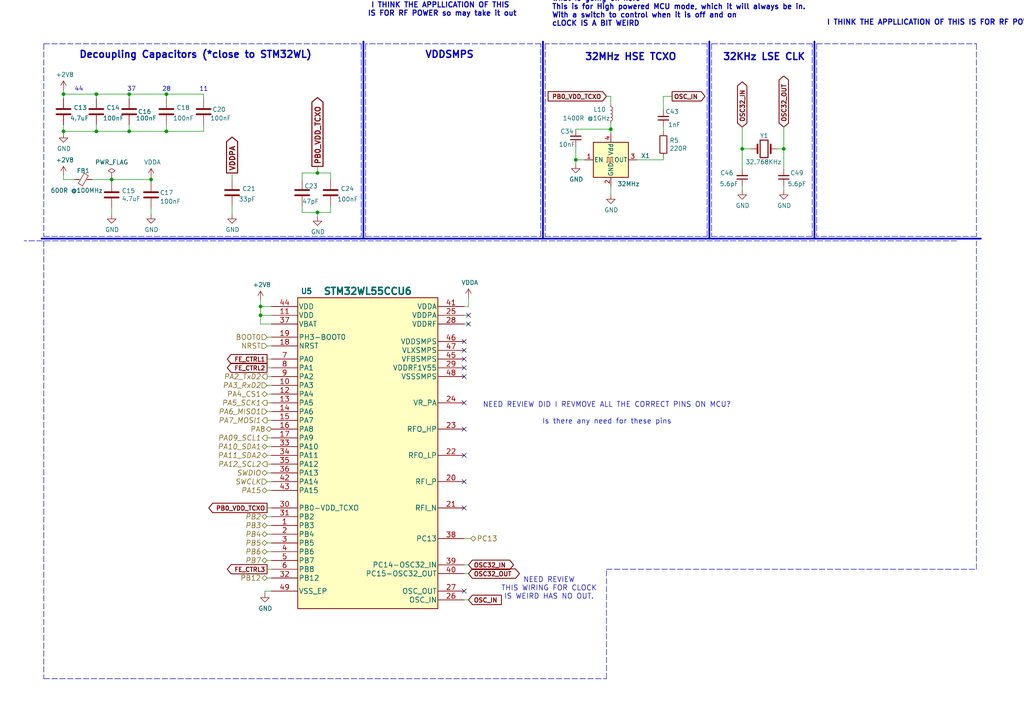
<source format=kicad_sch>
(kicad_sch
	(version 20231120)
	(generator "eeschema")
	(generator_version "8.0")
	(uuid "fdc57161-f7f8-4584-b0ec-8c1aa24339c6")
	(paper "A4")
	(title_block
		(title "MCU")
		(date "2025-03-08")
		(rev "1.1b")
		(company "BCIT BAJA")
		(comment 1 "Parry Zhuo")
	)
	(lib_symbols
		(symbol "Device:C"
			(pin_numbers hide)
			(pin_names
				(offset 0.254)
			)
			(exclude_from_sim no)
			(in_bom yes)
			(on_board yes)
			(property "Reference" "C"
				(at 0.635 2.54 0)
				(effects
					(font
						(size 1.27 1.27)
					)
					(justify left)
				)
			)
			(property "Value" "C"
				(at 0.635 -2.54 0)
				(effects
					(font
						(size 1.27 1.27)
					)
					(justify left)
				)
			)
			(property "Footprint" ""
				(at 0.9652 -3.81 0)
				(effects
					(font
						(size 1.27 1.27)
					)
					(hide yes)
				)
			)
			(property "Datasheet" "~"
				(at 0 0 0)
				(effects
					(font
						(size 1.27 1.27)
					)
					(hide yes)
				)
			)
			(property "Description" "Unpolarized capacitor"
				(at 0 0 0)
				(effects
					(font
						(size 1.27 1.27)
					)
					(hide yes)
				)
			)
			(property "ki_keywords" "cap capacitor"
				(at 0 0 0)
				(effects
					(font
						(size 1.27 1.27)
					)
					(hide yes)
				)
			)
			(property "ki_fp_filters" "C_*"
				(at 0 0 0)
				(effects
					(font
						(size 1.27 1.27)
					)
					(hide yes)
				)
			)
			(symbol "C_0_1"
				(polyline
					(pts
						(xy -2.032 -0.762) (xy 2.032 -0.762)
					)
					(stroke
						(width 0.508)
						(type default)
					)
					(fill
						(type none)
					)
				)
				(polyline
					(pts
						(xy -2.032 0.762) (xy 2.032 0.762)
					)
					(stroke
						(width 0.508)
						(type default)
					)
					(fill
						(type none)
					)
				)
			)
			(symbol "C_1_1"
				(pin passive line
					(at 0 3.81 270)
					(length 2.794)
					(name "~"
						(effects
							(font
								(size 1.27 1.27)
							)
						)
					)
					(number "1"
						(effects
							(font
								(size 1.27 1.27)
							)
						)
					)
				)
				(pin passive line
					(at 0 -3.81 90)
					(length 2.794)
					(name "~"
						(effects
							(font
								(size 1.27 1.27)
							)
						)
					)
					(number "2"
						(effects
							(font
								(size 1.27 1.27)
							)
						)
					)
				)
			)
		)
		(symbol "Device:C_Small"
			(pin_numbers hide)
			(pin_names
				(offset 0.254) hide)
			(exclude_from_sim no)
			(in_bom yes)
			(on_board yes)
			(property "Reference" "C"
				(at 0.254 1.778 0)
				(effects
					(font
						(size 1.27 1.27)
					)
					(justify left)
				)
			)
			(property "Value" "C_Small"
				(at 0.254 -2.032 0)
				(effects
					(font
						(size 1.27 1.27)
					)
					(justify left)
				)
			)
			(property "Footprint" ""
				(at 0 0 0)
				(effects
					(font
						(size 1.27 1.27)
					)
					(hide yes)
				)
			)
			(property "Datasheet" "~"
				(at 0 0 0)
				(effects
					(font
						(size 1.27 1.27)
					)
					(hide yes)
				)
			)
			(property "Description" "Unpolarized capacitor, small symbol"
				(at 0 0 0)
				(effects
					(font
						(size 1.27 1.27)
					)
					(hide yes)
				)
			)
			(property "ki_keywords" "capacitor cap"
				(at 0 0 0)
				(effects
					(font
						(size 1.27 1.27)
					)
					(hide yes)
				)
			)
			(property "ki_fp_filters" "C_*"
				(at 0 0 0)
				(effects
					(font
						(size 1.27 1.27)
					)
					(hide yes)
				)
			)
			(symbol "C_Small_0_1"
				(polyline
					(pts
						(xy -1.524 -0.508) (xy 1.524 -0.508)
					)
					(stroke
						(width 0.3302)
						(type default)
					)
					(fill
						(type none)
					)
				)
				(polyline
					(pts
						(xy -1.524 0.508) (xy 1.524 0.508)
					)
					(stroke
						(width 0.3048)
						(type default)
					)
					(fill
						(type none)
					)
				)
			)
			(symbol "C_Small_1_1"
				(pin passive line
					(at 0 2.54 270)
					(length 2.032)
					(name "~"
						(effects
							(font
								(size 1.27 1.27)
							)
						)
					)
					(number "1"
						(effects
							(font
								(size 1.27 1.27)
							)
						)
					)
				)
				(pin passive line
					(at 0 -2.54 90)
					(length 2.032)
					(name "~"
						(effects
							(font
								(size 1.27 1.27)
							)
						)
					)
					(number "2"
						(effects
							(font
								(size 1.27 1.27)
							)
						)
					)
				)
			)
		)
		(symbol "Device:Crystal"
			(pin_numbers hide)
			(pin_names
				(offset 1.016) hide)
			(exclude_from_sim no)
			(in_bom yes)
			(on_board yes)
			(property "Reference" "Y"
				(at 0 3.81 0)
				(effects
					(font
						(size 1.27 1.27)
					)
				)
			)
			(property "Value" "Crystal"
				(at 0 -3.81 0)
				(effects
					(font
						(size 1.27 1.27)
					)
				)
			)
			(property "Footprint" ""
				(at 0 0 0)
				(effects
					(font
						(size 1.27 1.27)
					)
					(hide yes)
				)
			)
			(property "Datasheet" "~"
				(at 0 0 0)
				(effects
					(font
						(size 1.27 1.27)
					)
					(hide yes)
				)
			)
			(property "Description" "Two pin crystal"
				(at 0 0 0)
				(effects
					(font
						(size 1.27 1.27)
					)
					(hide yes)
				)
			)
			(property "ki_keywords" "quartz ceramic resonator oscillator"
				(at 0 0 0)
				(effects
					(font
						(size 1.27 1.27)
					)
					(hide yes)
				)
			)
			(property "ki_fp_filters" "Crystal*"
				(at 0 0 0)
				(effects
					(font
						(size 1.27 1.27)
					)
					(hide yes)
				)
			)
			(symbol "Crystal_0_1"
				(rectangle
					(start -1.143 2.54)
					(end 1.143 -2.54)
					(stroke
						(width 0.3048)
						(type default)
					)
					(fill
						(type none)
					)
				)
				(polyline
					(pts
						(xy -2.54 0) (xy -1.905 0)
					)
					(stroke
						(width 0)
						(type default)
					)
					(fill
						(type none)
					)
				)
				(polyline
					(pts
						(xy -1.905 -1.27) (xy -1.905 1.27)
					)
					(stroke
						(width 0.508)
						(type default)
					)
					(fill
						(type none)
					)
				)
				(polyline
					(pts
						(xy 1.905 -1.27) (xy 1.905 1.27)
					)
					(stroke
						(width 0.508)
						(type default)
					)
					(fill
						(type none)
					)
				)
				(polyline
					(pts
						(xy 2.54 0) (xy 1.905 0)
					)
					(stroke
						(width 0)
						(type default)
					)
					(fill
						(type none)
					)
				)
			)
			(symbol "Crystal_1_1"
				(pin passive line
					(at -3.81 0 0)
					(length 1.27)
					(name "1"
						(effects
							(font
								(size 1.27 1.27)
							)
						)
					)
					(number "1"
						(effects
							(font
								(size 1.27 1.27)
							)
						)
					)
				)
				(pin passive line
					(at 3.81 0 180)
					(length 1.27)
					(name "2"
						(effects
							(font
								(size 1.27 1.27)
							)
						)
					)
					(number "2"
						(effects
							(font
								(size 1.27 1.27)
							)
						)
					)
				)
			)
		)
		(symbol "Device:Ferrite_Bead_Small"
			(pin_numbers hide)
			(pin_names
				(offset 0)
			)
			(exclude_from_sim no)
			(in_bom yes)
			(on_board yes)
			(property "Reference" "FB"
				(at 1.905 1.27 0)
				(effects
					(font
						(size 1.27 1.27)
					)
					(justify left)
				)
			)
			(property "Value" "Device_Ferrite_Bead_Small"
				(at 1.905 -1.27 0)
				(effects
					(font
						(size 1.27 1.27)
					)
					(justify left)
				)
			)
			(property "Footprint" ""
				(at -1.778 0 90)
				(effects
					(font
						(size 1.27 1.27)
					)
					(hide yes)
				)
			)
			(property "Datasheet" ""
				(at 0 0 0)
				(effects
					(font
						(size 1.27 1.27)
					)
					(hide yes)
				)
			)
			(property "Description" ""
				(at 0 0 0)
				(effects
					(font
						(size 1.27 1.27)
					)
					(hide yes)
				)
			)
			(property "ki_fp_filters" "Inductor_* L_* *Ferrite*"
				(at 0 0 0)
				(effects
					(font
						(size 1.27 1.27)
					)
					(hide yes)
				)
			)
			(symbol "Ferrite_Bead_Small_0_1"
				(polyline
					(pts
						(xy 0 -1.27) (xy 0 -0.7874)
					)
					(stroke
						(width 0)
						(type default)
					)
					(fill
						(type none)
					)
				)
				(polyline
					(pts
						(xy 0 0.889) (xy 0 1.2954)
					)
					(stroke
						(width 0)
						(type default)
					)
					(fill
						(type none)
					)
				)
				(polyline
					(pts
						(xy -1.8288 0.2794) (xy -1.1176 1.4986) (xy 1.8288 -0.2032) (xy 1.1176 -1.4224) (xy -1.8288 0.2794)
					)
					(stroke
						(width 0)
						(type default)
					)
					(fill
						(type none)
					)
				)
			)
			(symbol "Ferrite_Bead_Small_1_1"
				(pin passive line
					(at 0 2.54 270)
					(length 1.27)
					(name "~"
						(effects
							(font
								(size 1.27 1.27)
							)
						)
					)
					(number "1"
						(effects
							(font
								(size 1.27 1.27)
							)
						)
					)
				)
				(pin passive line
					(at 0 -2.54 90)
					(length 1.27)
					(name "~"
						(effects
							(font
								(size 1.27 1.27)
							)
						)
					)
					(number "2"
						(effects
							(font
								(size 1.27 1.27)
							)
						)
					)
				)
			)
		)
		(symbol "Device:L_Small"
			(pin_numbers hide)
			(pin_names
				(offset 0.254) hide)
			(exclude_from_sim no)
			(in_bom yes)
			(on_board yes)
			(property "Reference" "L"
				(at 0.762 1.016 0)
				(effects
					(font
						(size 1.27 1.27)
					)
					(justify left)
				)
			)
			(property "Value" "L_Small"
				(at 0.762 -1.016 0)
				(effects
					(font
						(size 1.27 1.27)
					)
					(justify left)
				)
			)
			(property "Footprint" ""
				(at 0 0 0)
				(effects
					(font
						(size 1.27 1.27)
					)
					(hide yes)
				)
			)
			(property "Datasheet" "~"
				(at 0 0 0)
				(effects
					(font
						(size 1.27 1.27)
					)
					(hide yes)
				)
			)
			(property "Description" "Inductor, small symbol"
				(at 0 0 0)
				(effects
					(font
						(size 1.27 1.27)
					)
					(hide yes)
				)
			)
			(property "ki_keywords" "inductor choke coil reactor magnetic"
				(at 0 0 0)
				(effects
					(font
						(size 1.27 1.27)
					)
					(hide yes)
				)
			)
			(property "ki_fp_filters" "Choke_* *Coil* Inductor_* L_*"
				(at 0 0 0)
				(effects
					(font
						(size 1.27 1.27)
					)
					(hide yes)
				)
			)
			(symbol "L_Small_0_1"
				(arc
					(start 0 -2.032)
					(mid 0.5058 -1.524)
					(end 0 -1.016)
					(stroke
						(width 0)
						(type default)
					)
					(fill
						(type none)
					)
				)
				(arc
					(start 0 -1.016)
					(mid 0.5058 -0.508)
					(end 0 0)
					(stroke
						(width 0)
						(type default)
					)
					(fill
						(type none)
					)
				)
				(arc
					(start 0 0)
					(mid 0.5058 0.508)
					(end 0 1.016)
					(stroke
						(width 0)
						(type default)
					)
					(fill
						(type none)
					)
				)
				(arc
					(start 0 1.016)
					(mid 0.5058 1.524)
					(end 0 2.032)
					(stroke
						(width 0)
						(type default)
					)
					(fill
						(type none)
					)
				)
			)
			(symbol "L_Small_1_1"
				(pin passive line
					(at 0 2.54 270)
					(length 0.508)
					(name "~"
						(effects
							(font
								(size 1.27 1.27)
							)
						)
					)
					(number "1"
						(effects
							(font
								(size 1.27 1.27)
							)
						)
					)
				)
				(pin passive line
					(at 0 -2.54 90)
					(length 0.508)
					(name "~"
						(effects
							(font
								(size 1.27 1.27)
							)
						)
					)
					(number "2"
						(effects
							(font
								(size 1.27 1.27)
							)
						)
					)
				)
			)
		)
		(symbol "Device:R"
			(pin_numbers hide)
			(pin_names
				(offset 0)
			)
			(exclude_from_sim no)
			(in_bom yes)
			(on_board yes)
			(property "Reference" "R"
				(at 2.032 0 90)
				(effects
					(font
						(size 1.27 1.27)
					)
				)
			)
			(property "Value" "R"
				(at 0 0 90)
				(effects
					(font
						(size 1.27 1.27)
					)
				)
			)
			(property "Footprint" ""
				(at -1.778 0 90)
				(effects
					(font
						(size 1.27 1.27)
					)
					(hide yes)
				)
			)
			(property "Datasheet" "~"
				(at 0 0 0)
				(effects
					(font
						(size 1.27 1.27)
					)
					(hide yes)
				)
			)
			(property "Description" "Resistor"
				(at 0 0 0)
				(effects
					(font
						(size 1.27 1.27)
					)
					(hide yes)
				)
			)
			(property "ki_keywords" "R res resistor"
				(at 0 0 0)
				(effects
					(font
						(size 1.27 1.27)
					)
					(hide yes)
				)
			)
			(property "ki_fp_filters" "R_*"
				(at 0 0 0)
				(effects
					(font
						(size 1.27 1.27)
					)
					(hide yes)
				)
			)
			(symbol "R_0_1"
				(rectangle
					(start -1.016 -2.54)
					(end 1.016 2.54)
					(stroke
						(width 0.254)
						(type default)
					)
					(fill
						(type none)
					)
				)
			)
			(symbol "R_1_1"
				(pin passive line
					(at 0 3.81 270)
					(length 1.27)
					(name "~"
						(effects
							(font
								(size 1.27 1.27)
							)
						)
					)
					(number "1"
						(effects
							(font
								(size 1.27 1.27)
							)
						)
					)
				)
				(pin passive line
					(at 0 -3.81 90)
					(length 1.27)
					(name "~"
						(effects
							(font
								(size 1.27 1.27)
							)
						)
					)
					(number "2"
						(effects
							(font
								(size 1.27 1.27)
							)
						)
					)
				)
			)
		)
		(symbol "node-lib-v1:STM32WLxx_QFN48"
			(pin_names
				(offset 0.254)
			)
			(exclude_from_sim no)
			(in_bom yes)
			(on_board yes)
			(property "Reference" "U"
				(at 1.27 1.27 0)
				(effects
					(font
						(size 1.524 1.524)
						(bold yes)
					)
				)
			)
			(property "Value" "STM32WLxx_QFN48"
				(at 21.59 -92.71 0)
				(effects
					(font
						(size 2.0066 2.0066)
						(bold yes)
					)
				)
			)
			(property "Footprint" ""
				(at 20.32 -60.96 0)
				(effects
					(font
						(size 1.524 1.524)
					)
					(hide yes)
				)
			)
			(property "Datasheet" "https://www.st.com/resource/en/datasheet/stm32wle5jc.pdf"
				(at -7.62 -17.78 0)
				(effects
					(font
						(size 1.524 1.524)
					)
					(hide yes)
				)
			)
			(property "Description" "Ultra-low-power, Dual-Core Arm® Cortex®-M4 and M0+ @48 MHz with 256 Kbytes of Flash memory, 64 Kbytes of SRAM. LoRa®, (G)FSK, (G)MSK, BPSK modulations. AES 256-bit"
				(at 0 0 0)
				(effects
					(font
						(size 1.27 1.27)
					)
					(hide yes)
				)
			)
			(property "ki_keywords" "LoRa, LoRaWAN, STM32"
				(at 0 0 0)
				(effects
					(font
						(size 1.27 1.27)
					)
					(hide yes)
				)
			)
			(property "ki_fp_filters" "UFBGA73"
				(at 0 0 0)
				(effects
					(font
						(size 1.27 1.27)
					)
					(hide yes)
				)
			)
			(symbol "STM32WLxx_QFN48_1_0"
				(rectangle
					(start 0 0)
					(end 40.64 -90.17)
					(stroke
						(width 0.254)
						(type default)
					)
					(fill
						(type background)
					)
				)
				(pin bidirectional line
					(at -7.62 -66.04 0)
					(length 7.62)
					(name "PB3"
						(effects
							(font
								(size 1.4986 1.4986)
							)
						)
					)
					(number "1"
						(effects
							(font
								(size 1.4986 1.4986)
							)
						)
					)
				)
				(pin bidirectional line
					(at -7.62 -25.4 0)
					(length 7.62)
					(name "PA3"
						(effects
							(font
								(size 1.4986 1.4986)
							)
						)
					)
					(number "10"
						(effects
							(font
								(size 1.4986 1.4986)
							)
						)
					)
				)
				(pin bidirectional line
					(at -7.62 -27.94 0)
					(length 7.62)
					(name "PA4"
						(effects
							(font
								(size 1.4986 1.4986)
							)
						)
					)
					(number "12"
						(effects
							(font
								(size 1.4986 1.4986)
							)
						)
					)
				)
				(pin bidirectional line
					(at -7.62 -30.48 0)
					(length 7.62)
					(name "PA5"
						(effects
							(font
								(size 1.4986 1.4986)
							)
						)
					)
					(number "13"
						(effects
							(font
								(size 1.4986 1.4986)
							)
						)
					)
				)
				(pin bidirectional line
					(at -7.62 -33.02 0)
					(length 7.62)
					(name "PA6"
						(effects
							(font
								(size 1.4986 1.4986)
							)
						)
					)
					(number "14"
						(effects
							(font
								(size 1.4986 1.4986)
							)
						)
					)
				)
				(pin bidirectional line
					(at -7.62 -35.56 0)
					(length 7.62)
					(name "PA7"
						(effects
							(font
								(size 1.4986 1.4986)
							)
						)
					)
					(number "15"
						(effects
							(font
								(size 1.4986 1.4986)
							)
						)
					)
				)
				(pin bidirectional line
					(at -7.62 -38.1 0)
					(length 7.62)
					(name "PA8"
						(effects
							(font
								(size 1.4986 1.4986)
							)
						)
					)
					(number "16"
						(effects
							(font
								(size 1.4986 1.4986)
							)
						)
					)
				)
				(pin bidirectional line
					(at -7.62 -40.64 0)
					(length 7.62)
					(name "PA9"
						(effects
							(font
								(size 1.4986 1.4986)
							)
						)
					)
					(number "17"
						(effects
							(font
								(size 1.4986 1.4986)
							)
						)
					)
				)
				(pin bidirectional line
					(at -7.62 -13.97 0)
					(length 7.62)
					(name "NRST"
						(effects
							(font
								(size 1.4986 1.4986)
							)
						)
					)
					(number "18"
						(effects
							(font
								(size 1.4986 1.4986)
							)
						)
					)
				)
				(pin bidirectional line
					(at -7.62 -11.43 0)
					(length 7.62)
					(name "PH3-BOOT0"
						(effects
							(font
								(size 1.4986 1.4986)
							)
						)
					)
					(number "19"
						(effects
							(font
								(size 1.4986 1.4986)
							)
						)
					)
				)
				(pin bidirectional line
					(at -7.62 -68.58 0)
					(length 7.62)
					(name "PB4"
						(effects
							(font
								(size 1.4986 1.4986)
							)
						)
					)
					(number "2"
						(effects
							(font
								(size 1.4986 1.4986)
							)
						)
					)
				)
				(pin input line
					(at 48.26 -53.34 180)
					(length 7.62)
					(name "RFI_P"
						(effects
							(font
								(size 1.4986 1.4986)
							)
						)
					)
					(number "20"
						(effects
							(font
								(size 1.4986 1.4986)
							)
						)
					)
				)
				(pin input line
					(at 48.26 -60.96 180)
					(length 7.62)
					(name "RFI_N"
						(effects
							(font
								(size 1.4986 1.4986)
							)
						)
					)
					(number "21"
						(effects
							(font
								(size 1.4986 1.4986)
							)
						)
					)
				)
				(pin output line
					(at 48.26 -45.72 180)
					(length 7.62)
					(name "RFO_LP"
						(effects
							(font
								(size 1.4986 1.4986)
							)
						)
					)
					(number "22"
						(effects
							(font
								(size 1.4986 1.4986)
							)
						)
					)
				)
				(pin output line
					(at 48.26 -38.1 180)
					(length 7.62)
					(name "RFO_HP"
						(effects
							(font
								(size 1.4986 1.4986)
							)
						)
					)
					(number "23"
						(effects
							(font
								(size 1.4986 1.4986)
							)
						)
					)
				)
				(pin input line
					(at 48.26 -87.63 180)
					(length 7.62)
					(name "OSC_IN"
						(effects
							(font
								(size 1.4986 1.4986)
							)
						)
					)
					(number "26"
						(effects
							(font
								(size 1.4986 1.4986)
							)
						)
					)
				)
				(pin output line
					(at 48.26 -85.09 180)
					(length 7.62)
					(name "OSC_OUT"
						(effects
							(font
								(size 1.4986 1.4986)
							)
						)
					)
					(number "27"
						(effects
							(font
								(size 1.4986 1.4986)
							)
						)
					)
				)
				(pin bidirectional line
					(at -7.62 -71.12 0)
					(length 7.62)
					(name "PB5"
						(effects
							(font
								(size 1.4986 1.4986)
							)
						)
					)
					(number "3"
						(effects
							(font
								(size 1.4986 1.4986)
							)
						)
					)
				)
				(pin bidirectional line
					(at -7.62 -60.96 0)
					(length 7.62)
					(name "PB0-VDD_TCXO"
						(effects
							(font
								(size 1.4986 1.4986)
							)
						)
					)
					(number "30"
						(effects
							(font
								(size 1.4986 1.4986)
							)
						)
					)
				)
				(pin bidirectional line
					(at -7.62 -63.5 0)
					(length 7.62)
					(name "PB2"
						(effects
							(font
								(size 1.4986 1.4986)
							)
						)
					)
					(number "31"
						(effects
							(font
								(size 1.4986 1.4986)
							)
						)
					)
				)
				(pin bidirectional line
					(at -7.62 -81.28 0)
					(length 7.62)
					(name "PB12"
						(effects
							(font
								(size 1.4986 1.4986)
							)
						)
					)
					(number "32"
						(effects
							(font
								(size 1.4986 1.4986)
							)
						)
					)
				)
				(pin bidirectional line
					(at -7.62 -43.18 0)
					(length 7.62)
					(name "PA10"
						(effects
							(font
								(size 1.4986 1.4986)
							)
						)
					)
					(number "33"
						(effects
							(font
								(size 1.4986 1.4986)
							)
						)
					)
				)
				(pin bidirectional line
					(at -7.62 -45.72 0)
					(length 7.62)
					(name "PA11"
						(effects
							(font
								(size 1.4986 1.4986)
							)
						)
					)
					(number "34"
						(effects
							(font
								(size 1.4986 1.4986)
							)
						)
					)
				)
				(pin bidirectional line
					(at -7.62 -48.26 0)
					(length 7.62)
					(name "PA12"
						(effects
							(font
								(size 1.4986 1.4986)
							)
						)
					)
					(number "35"
						(effects
							(font
								(size 1.4986 1.4986)
							)
						)
					)
				)
				(pin bidirectional line
					(at -7.62 -50.8 0)
					(length 7.62)
					(name "PA13"
						(effects
							(font
								(size 1.4986 1.4986)
							)
						)
					)
					(number "36"
						(effects
							(font
								(size 1.4986 1.4986)
							)
						)
					)
				)
				(pin bidirectional line
					(at 48.26 -69.85 180)
					(length 7.62)
					(name "PC13"
						(effects
							(font
								(size 1.4986 1.4986)
							)
						)
					)
					(number "38"
						(effects
							(font
								(size 1.4986 1.4986)
							)
						)
					)
				)
				(pin bidirectional line
					(at 48.26 -77.47 180)
					(length 7.62)
					(name "PC14-OSC32_IN"
						(effects
							(font
								(size 1.4986 1.4986)
							)
						)
					)
					(number "39"
						(effects
							(font
								(size 1.4986 1.4986)
							)
						)
					)
				)
				(pin bidirectional line
					(at -7.62 -73.66 0)
					(length 7.62)
					(name "PB6"
						(effects
							(font
								(size 1.4986 1.4986)
							)
						)
					)
					(number "4"
						(effects
							(font
								(size 1.4986 1.4986)
							)
						)
					)
				)
				(pin bidirectional line
					(at 48.26 -80.01 180)
					(length 7.62)
					(name "PC15-OSC32_OUT"
						(effects
							(font
								(size 1.4986 1.4986)
							)
						)
					)
					(number "40"
						(effects
							(font
								(size 1.4986 1.4986)
							)
						)
					)
				)
				(pin bidirectional line
					(at -7.62 -53.34 0)
					(length 7.62)
					(name "PA14"
						(effects
							(font
								(size 1.4986 1.4986)
							)
						)
					)
					(number "42"
						(effects
							(font
								(size 1.4986 1.4986)
							)
						)
					)
				)
				(pin bidirectional line
					(at -7.62 -55.88 0)
					(length 7.62)
					(name "PA15"
						(effects
							(font
								(size 1.4986 1.4986)
							)
						)
					)
					(number "43"
						(effects
							(font
								(size 1.4986 1.4986)
							)
						)
					)
				)
				(pin bidirectional line
					(at -7.62 -76.2 0)
					(length 7.62)
					(name "PB7"
						(effects
							(font
								(size 1.4986 1.4986)
							)
						)
					)
					(number "5"
						(effects
							(font
								(size 1.4986 1.4986)
							)
						)
					)
				)
				(pin bidirectional line
					(at -7.62 -78.74 0)
					(length 7.62)
					(name "PB8"
						(effects
							(font
								(size 1.4986 1.4986)
							)
						)
					)
					(number "6"
						(effects
							(font
								(size 1.4986 1.4986)
							)
						)
					)
				)
				(pin bidirectional line
					(at -7.62 -17.78 0)
					(length 7.62)
					(name "PA0"
						(effects
							(font
								(size 1.4986 1.4986)
							)
						)
					)
					(number "7"
						(effects
							(font
								(size 1.4986 1.4986)
							)
						)
					)
				)
				(pin bidirectional line
					(at -7.62 -20.32 0)
					(length 7.62)
					(name "PA1"
						(effects
							(font
								(size 1.4986 1.4986)
							)
						)
					)
					(number "8"
						(effects
							(font
								(size 1.4986 1.4986)
							)
						)
					)
				)
				(pin bidirectional line
					(at -7.62 -22.86 0)
					(length 7.62)
					(name "PA2"
						(effects
							(font
								(size 1.4986 1.4986)
							)
						)
					)
					(number "9"
						(effects
							(font
								(size 1.4986 1.4986)
							)
						)
					)
				)
			)
			(symbol "STM32WLxx_QFN48_1_1"
				(pin power_in line
					(at -7.62 -5.08 0)
					(length 7.62)
					(name "VDD"
						(effects
							(font
								(size 1.4986 1.4986)
							)
						)
					)
					(number "11"
						(effects
							(font
								(size 1.4986 1.4986)
							)
						)
					)
				)
				(pin output line
					(at 48.26 -30.48 180)
					(length 7.62)
					(name "VR_PA"
						(effects
							(font
								(size 1.4986 1.4986)
							)
						)
					)
					(number "24"
						(effects
							(font
								(size 1.4986 1.4986)
							)
						)
					)
				)
				(pin passive line
					(at 48.26 -5.08 180)
					(length 7.62)
					(name "VDDPA"
						(effects
							(font
								(size 1.4986 1.4986)
							)
						)
					)
					(number "25"
						(effects
							(font
								(size 1.4986 1.4986)
							)
						)
					)
				)
				(pin passive line
					(at 48.26 -7.62 180)
					(length 7.62)
					(name "VDDRF"
						(effects
							(font
								(size 1.4986 1.4986)
							)
						)
					)
					(number "28"
						(effects
							(font
								(size 1.4986 1.4986)
							)
						)
					)
				)
				(pin passive line
					(at 48.26 -20.32 180)
					(length 7.62)
					(name "VDDRF1V55"
						(effects
							(font
								(size 1.4986 1.4986)
							)
						)
					)
					(number "29"
						(effects
							(font
								(size 1.4986 1.4986)
							)
						)
					)
				)
				(pin power_in line
					(at -7.62 -7.62 0)
					(length 7.62)
					(name "VBAT"
						(effects
							(font
								(size 1.4986 1.4986)
							)
						)
					)
					(number "37"
						(effects
							(font
								(size 1.4986 1.4986)
							)
						)
					)
				)
				(pin power_in line
					(at 48.26 -2.54 180)
					(length 7.62)
					(name "VDDA"
						(effects
							(font
								(size 1.4986 1.4986)
							)
						)
					)
					(number "41"
						(effects
							(font
								(size 1.4986 1.4986)
							)
						)
					)
				)
				(pin power_in line
					(at -7.62 -2.54 0)
					(length 7.62)
					(name "VDD"
						(effects
							(font
								(size 1.4986 1.4986)
							)
						)
					)
					(number "44"
						(effects
							(font
								(size 1.4986 1.4986)
							)
						)
					)
				)
				(pin passive line
					(at 48.26 -17.78 180)
					(length 7.62)
					(name "VFBSMPS"
						(effects
							(font
								(size 1.4986 1.4986)
							)
						)
					)
					(number "45"
						(effects
							(font
								(size 1.4986 1.4986)
							)
						)
					)
				)
				(pin passive line
					(at 48.26 -12.7 180)
					(length 7.62)
					(name "VDDSMPS"
						(effects
							(font
								(size 1.4986 1.4986)
							)
						)
					)
					(number "46"
						(effects
							(font
								(size 1.4986 1.4986)
							)
						)
					)
				)
				(pin passive line
					(at 48.26 -15.24 180)
					(length 7.62)
					(name "VLXSMPS"
						(effects
							(font
								(size 1.4986 1.4986)
							)
						)
					)
					(number "47"
						(effects
							(font
								(size 1.4986 1.4986)
							)
						)
					)
				)
				(pin power_in line
					(at 48.26 -22.86 180)
					(length 7.62)
					(name "VSSSMPS"
						(effects
							(font
								(size 1.4986 1.4986)
							)
						)
					)
					(number "48"
						(effects
							(font
								(size 1.4986 1.4986)
							)
						)
					)
				)
				(pin power_in line
					(at -7.62 -85.09 0)
					(length 7.62)
					(name "VSS_EP"
						(effects
							(font
								(size 1.4986 1.4986)
							)
						)
					)
					(number "49"
						(effects
							(font
								(size 1.4986 1.4986)
							)
						)
					)
				)
			)
		)
		(symbol "node-lib-v1:TCXO-xxxMHz"
			(pin_names
				(offset 0.254)
			)
			(exclude_from_sim no)
			(in_bom yes)
			(on_board yes)
			(property "Reference" "X"
				(at -5.08 6.35 0)
				(effects
					(font
						(size 1.27 1.27)
					)
					(justify left)
				)
			)
			(property "Value" "TCXO-xxxMHz"
				(at 1.27 -6.35 0)
				(effects
					(font
						(size 1.27 1.27)
					)
					(justify left)
				)
			)
			(property "Footprint" "Oscillator:Oscillator_SMD_Abracon_ASE-4Pin_3.2x2.5mm"
				(at 17.78 -8.89 0)
				(effects
					(font
						(size 1.27 1.27)
					)
					(hide yes)
				)
			)
			(property "Datasheet" "http://www.abracon.com/Oscillators/ASV.pdf"
				(at -2.54 0 0)
				(effects
					(font
						(size 1.27 1.27)
					)
					(hide yes)
				)
			)
			(property "Description" "3.3V CMOS SMD Crystal Clock Oscillator, Abracon"
				(at 0 0 0)
				(effects
					(font
						(size 1.27 1.27)
					)
					(hide yes)
				)
			)
			(property "ki_keywords" "3.3V CMOS SMD Crystal Clock Oscillator"
				(at 0 0 0)
				(effects
					(font
						(size 1.27 1.27)
					)
					(hide yes)
				)
			)
			(property "ki_fp_filters" "Oscillator*SMD*Abracon*ASE*3.2x2.5mm*"
				(at 0 0 0)
				(effects
					(font
						(size 1.27 1.27)
					)
					(hide yes)
				)
			)
			(symbol "TCXO-xxxMHz_0_1"
				(rectangle
					(start -5.08 5.08)
					(end 5.08 -5.08)
					(stroke
						(width 0.254)
						(type default)
					)
					(fill
						(type background)
					)
				)
				(polyline
					(pts
						(xy -1.27 -0.762) (xy -1.016 -0.762) (xy -1.016 0.762) (xy -0.508 0.762) (xy -0.508 -0.762) (xy 0 -0.762)
						(xy 0 0.762) (xy 0.508 0.762) (xy 0.508 -0.762) (xy 0.762 -0.762)
					)
					(stroke
						(width 0)
						(type default)
					)
					(fill
						(type none)
					)
				)
			)
			(symbol "TCXO-xxxMHz_1_1"
				(pin input line
					(at -7.62 0 0)
					(length 2.54)
					(name "EN"
						(effects
							(font
								(size 1.27 1.27)
							)
						)
					)
					(number "1"
						(effects
							(font
								(size 1.27 1.27)
							)
						)
					)
				)
				(pin power_in line
					(at 0 -7.62 90)
					(length 2.54)
					(name "GND"
						(effects
							(font
								(size 1.27 1.27)
							)
						)
					)
					(number "2"
						(effects
							(font
								(size 1.27 1.27)
							)
						)
					)
				)
				(pin output line
					(at 7.62 0 180)
					(length 2.54)
					(name "OUT"
						(effects
							(font
								(size 1.27 1.27)
							)
						)
					)
					(number "3"
						(effects
							(font
								(size 1.27 1.27)
							)
						)
					)
				)
				(pin passive line
					(at 0 7.62 270)
					(length 2.54)
					(name "Vdd"
						(effects
							(font
								(size 1.27 1.27)
							)
						)
					)
					(number "4"
						(effects
							(font
								(size 1.27 1.27)
							)
						)
					)
				)
			)
		)
		(symbol "power:+2V8"
			(power)
			(pin_names
				(offset 0)
			)
			(exclude_from_sim no)
			(in_bom yes)
			(on_board yes)
			(property "Reference" "#PWR"
				(at 0 -3.81 0)
				(effects
					(font
						(size 1.27 1.27)
					)
					(hide yes)
				)
			)
			(property "Value" "+2V8"
				(at 0 3.556 0)
				(effects
					(font
						(size 1.27 1.27)
					)
				)
			)
			(property "Footprint" ""
				(at 0 0 0)
				(effects
					(font
						(size 1.27 1.27)
					)
					(hide yes)
				)
			)
			(property "Datasheet" ""
				(at 0 0 0)
				(effects
					(font
						(size 1.27 1.27)
					)
					(hide yes)
				)
			)
			(property "Description" "Power symbol creates a global label with name \"+2V8\""
				(at 0 0 0)
				(effects
					(font
						(size 1.27 1.27)
					)
					(hide yes)
				)
			)
			(property "ki_keywords" "power-flag"
				(at 0 0 0)
				(effects
					(font
						(size 1.27 1.27)
					)
					(hide yes)
				)
			)
			(symbol "+2V8_0_1"
				(polyline
					(pts
						(xy -0.762 1.27) (xy 0 2.54)
					)
					(stroke
						(width 0)
						(type default)
					)
					(fill
						(type none)
					)
				)
				(polyline
					(pts
						(xy 0 0) (xy 0 2.54)
					)
					(stroke
						(width 0)
						(type default)
					)
					(fill
						(type none)
					)
				)
				(polyline
					(pts
						(xy 0 2.54) (xy 0.762 1.27)
					)
					(stroke
						(width 0)
						(type default)
					)
					(fill
						(type none)
					)
				)
			)
			(symbol "+2V8_1_1"
				(pin power_in line
					(at 0 0 90)
					(length 0) hide
					(name "+2V8"
						(effects
							(font
								(size 1.27 1.27)
							)
						)
					)
					(number "1"
						(effects
							(font
								(size 1.27 1.27)
							)
						)
					)
				)
			)
		)
		(symbol "power:GND"
			(power)
			(pin_names
				(offset 0)
			)
			(exclude_from_sim no)
			(in_bom yes)
			(on_board yes)
			(property "Reference" "#PWR"
				(at 0 -6.35 0)
				(effects
					(font
						(size 1.27 1.27)
					)
					(hide yes)
				)
			)
			(property "Value" "GND"
				(at 0 -3.81 0)
				(effects
					(font
						(size 1.27 1.27)
					)
				)
			)
			(property "Footprint" ""
				(at 0 0 0)
				(effects
					(font
						(size 1.27 1.27)
					)
					(hide yes)
				)
			)
			(property "Datasheet" ""
				(at 0 0 0)
				(effects
					(font
						(size 1.27 1.27)
					)
					(hide yes)
				)
			)
			(property "Description" "Power symbol creates a global label with name \"GND\" , ground"
				(at 0 0 0)
				(effects
					(font
						(size 1.27 1.27)
					)
					(hide yes)
				)
			)
			(property "ki_keywords" "power-flag"
				(at 0 0 0)
				(effects
					(font
						(size 1.27 1.27)
					)
					(hide yes)
				)
			)
			(symbol "GND_0_1"
				(polyline
					(pts
						(xy 0 0) (xy 0 -1.27) (xy 1.27 -1.27) (xy 0 -2.54) (xy -1.27 -1.27) (xy 0 -1.27)
					)
					(stroke
						(width 0)
						(type default)
					)
					(fill
						(type none)
					)
				)
			)
			(symbol "GND_1_1"
				(pin power_in line
					(at 0 0 270)
					(length 0) hide
					(name "GND"
						(effects
							(font
								(size 1.27 1.27)
							)
						)
					)
					(number "1"
						(effects
							(font
								(size 1.27 1.27)
							)
						)
					)
				)
			)
		)
		(symbol "power:PWR_FLAG"
			(power)
			(pin_numbers hide)
			(pin_names
				(offset 0) hide)
			(exclude_from_sim no)
			(in_bom yes)
			(on_board yes)
			(property "Reference" "#FLG"
				(at 0 1.905 0)
				(effects
					(font
						(size 1.27 1.27)
					)
					(hide yes)
				)
			)
			(property "Value" "PWR_FLAG"
				(at 0 3.81 0)
				(effects
					(font
						(size 1.27 1.27)
					)
				)
			)
			(property "Footprint" ""
				(at 0 0 0)
				(effects
					(font
						(size 1.27 1.27)
					)
					(hide yes)
				)
			)
			(property "Datasheet" "~"
				(at 0 0 0)
				(effects
					(font
						(size 1.27 1.27)
					)
					(hide yes)
				)
			)
			(property "Description" "Special symbol for telling ERC where power comes from"
				(at 0 0 0)
				(effects
					(font
						(size 1.27 1.27)
					)
					(hide yes)
				)
			)
			(property "ki_keywords" "power-flag"
				(at 0 0 0)
				(effects
					(font
						(size 1.27 1.27)
					)
					(hide yes)
				)
			)
			(symbol "PWR_FLAG_0_0"
				(pin power_out line
					(at 0 0 90)
					(length 0)
					(name "pwr"
						(effects
							(font
								(size 1.27 1.27)
							)
						)
					)
					(number "1"
						(effects
							(font
								(size 1.27 1.27)
							)
						)
					)
				)
			)
			(symbol "PWR_FLAG_0_1"
				(polyline
					(pts
						(xy 0 0) (xy 0 1.27) (xy -1.016 1.905) (xy 0 2.54) (xy 1.016 1.905) (xy 0 1.27)
					)
					(stroke
						(width 0)
						(type default)
					)
					(fill
						(type none)
					)
				)
			)
		)
		(symbol "power:VDDA"
			(power)
			(pin_names
				(offset 0)
			)
			(exclude_from_sim no)
			(in_bom yes)
			(on_board yes)
			(property "Reference" "#PWR"
				(at 0 -3.81 0)
				(effects
					(font
						(size 1.27 1.27)
					)
					(hide yes)
				)
			)
			(property "Value" "VDDA"
				(at 0 3.81 0)
				(effects
					(font
						(size 1.27 1.27)
					)
				)
			)
			(property "Footprint" ""
				(at 0 0 0)
				(effects
					(font
						(size 1.27 1.27)
					)
					(hide yes)
				)
			)
			(property "Datasheet" ""
				(at 0 0 0)
				(effects
					(font
						(size 1.27 1.27)
					)
					(hide yes)
				)
			)
			(property "Description" "Power symbol creates a global label with name \"VDDA\""
				(at 0 0 0)
				(effects
					(font
						(size 1.27 1.27)
					)
					(hide yes)
				)
			)
			(property "ki_keywords" "power-flag"
				(at 0 0 0)
				(effects
					(font
						(size 1.27 1.27)
					)
					(hide yes)
				)
			)
			(symbol "VDDA_0_1"
				(polyline
					(pts
						(xy -0.762 1.27) (xy 0 2.54)
					)
					(stroke
						(width 0)
						(type default)
					)
					(fill
						(type none)
					)
				)
				(polyline
					(pts
						(xy 0 0) (xy 0 2.54)
					)
					(stroke
						(width 0)
						(type default)
					)
					(fill
						(type none)
					)
				)
				(polyline
					(pts
						(xy 0 2.54) (xy 0.762 1.27)
					)
					(stroke
						(width 0)
						(type default)
					)
					(fill
						(type none)
					)
				)
			)
			(symbol "VDDA_1_1"
				(pin power_in line
					(at 0 0 90)
					(length 0) hide
					(name "VDDA"
						(effects
							(font
								(size 1.27 1.27)
							)
						)
					)
					(number "1"
						(effects
							(font
								(size 1.27 1.27)
							)
						)
					)
				)
			)
		)
	)
	(junction
		(at 177.165 37.465)
		(diameter 0)
		(color 0 0 0 0)
		(uuid "01c59306-91a3-452b-92b5-9af8f8f257d6")
	)
	(junction
		(at 27.94 27.305)
		(diameter 0)
		(color 0 0 0 0)
		(uuid "020b7e1f-8bb0-4882-91d4-7894bf18db84")
	)
	(junction
		(at 18.415 38.1)
		(diameter 0)
		(color 0 0 0 0)
		(uuid "0c9bbc06-f1c0-4359-8448-9c515b32a886")
	)
	(junction
		(at 75.565 88.9)
		(diameter 0)
		(color 0 0 0 0)
		(uuid "153169ce-9fac-4868-bc4e-e1381c5bb726")
	)
	(junction
		(at 215.265 43.18)
		(diameter 0)
		(color 0 0 0 0)
		(uuid "1a7e7b16-fc7c-4e64-9ace-48cc78112437")
	)
	(junction
		(at 18.415 27.305)
		(diameter 0)
		(color 0 0 0 0)
		(uuid "22ab392d-1989-4185-9178-8083812ea067")
	)
	(junction
		(at 75.565 91.44)
		(diameter 0)
		(color 0 0 0 0)
		(uuid "376a6f44-cf22-4d88-ac13-30f83803795f")
	)
	(junction
		(at 48.26 38.1)
		(diameter 0)
		(color 0 0 0 0)
		(uuid "3f206607-332e-4c96-8963-5302804f476f")
	)
	(junction
		(at 167.005 46.355)
		(diameter 0)
		(color 0 0 0 0)
		(uuid "3f43c2dc-daa2-45ba-b8ca-7ae5aebed882")
	)
	(junction
		(at 43.815 52.07)
		(diameter 0)
		(color 0 0 0 0)
		(uuid "43f341b3-06e9-4e7a-a26e-5365b89d76bf")
	)
	(junction
		(at 27.94 38.1)
		(diameter 0)
		(color 0 0 0 0)
		(uuid "5778dc8c-60fe-435e-b75a-362eae1b81ab")
	)
	(junction
		(at 48.26 27.305)
		(diameter 0)
		(color 0 0 0 0)
		(uuid "5b04e20f-8575-4362-b040-2e2133d670c8")
	)
	(junction
		(at 37.465 27.305)
		(diameter 0)
		(color 0 0 0 0)
		(uuid "a2a4b1ad-c51a-492d-9e99-410eec4f55a3")
	)
	(junction
		(at 227.33 43.18)
		(diameter 0)
		(color 0 0 0 0)
		(uuid "ab34b936-8ca5-4be1-8599-504cb86609fc")
	)
	(junction
		(at 92.075 61.595)
		(diameter 0)
		(color 0 0 0 0)
		(uuid "b2f7301d-582c-4990-a060-4a71ef08c6eb")
	)
	(junction
		(at 32.385 52.07)
		(diameter 0)
		(color 0 0 0 0)
		(uuid "cd48b13f-c989-4ac1-a7f0-053afcd77527")
	)
	(junction
		(at 92.075 50.165)
		(diameter 0)
		(color 0 0 0 0)
		(uuid "cebfc912-6282-4a1e-923e-74c4961c2aad")
	)
	(junction
		(at 37.465 38.1)
		(diameter 0)
		(color 0 0 0 0)
		(uuid "de2abbd8-9b48-47ba-b77e-4c65ca048af6")
	)
	(no_connect
		(at 134.62 109.22)
		(uuid "297c88e1-8017-4829-a20b-91d66da23220")
	)
	(no_connect
		(at 134.62 116.84)
		(uuid "29919240-ef8e-4a25-a7f7-115b26daaa9a")
	)
	(no_connect
		(at 134.62 124.46)
		(uuid "3560f6f1-64f8-4cb5-9d75-4de318634832")
	)
	(no_connect
		(at 134.62 171.45)
		(uuid "45484f82-420e-44d0-a58e-382bb939dac5")
	)
	(no_connect
		(at 134.62 147.32)
		(uuid "696d06d0-8394-429a-ba4c-634641887466")
	)
	(no_connect
		(at 134.62 106.68)
		(uuid "83c6003e-9dd0-41c0-8a40-718410766a20")
	)
	(no_connect
		(at 134.62 99.06)
		(uuid "94d33471-d101-4678-a863-775498b07142")
	)
	(no_connect
		(at 135.89 91.44)
		(uuid "94e69da9-39a3-44c9-8a97-5a523e578502")
	)
	(no_connect
		(at 135.89 93.98)
		(uuid "9b774aca-bf68-4f3b-bc4a-4b6f107339f3")
	)
	(no_connect
		(at 134.62 101.6)
		(uuid "9b8c5519-8691-44f6-a365-c16e7c657eef")
	)
	(no_connect
		(at 134.62 104.14)
		(uuid "9e1175c2-eca0-4f59-9403-6c8b00b7cf56")
	)
	(no_connect
		(at 134.62 139.7)
		(uuid "d41433be-a9b8-4448-aae1-034fad8ae37b")
	)
	(no_connect
		(at 134.62 132.08)
		(uuid "f797b705-3f7d-491a-a3b2-676321f45e13")
	)
	(wire
		(pts
			(xy 78.74 109.22) (xy 77.47 109.22)
		)
		(stroke
			(width 0)
			(type default)
		)
		(uuid "02289c61-13df-495e-a809-03e3a71bb201")
	)
	(wire
		(pts
			(xy 78.74 139.7) (xy 77.47 139.7)
		)
		(stroke
			(width 0)
			(type default)
		)
		(uuid "052acc87-8ff9-4162-8f55-f7121d221d0a")
	)
	(wire
		(pts
			(xy 48.26 27.305) (xy 48.26 28.575)
		)
		(stroke
			(width 0)
			(type default)
		)
		(uuid "0ab1512b-eb91-4574-b11f-326e0ff10082")
	)
	(wire
		(pts
			(xy 32.385 51.435) (xy 32.385 52.07)
		)
		(stroke
			(width 0)
			(type default)
		)
		(uuid "0bbd2e43-3eb0-4216-861b-a58366dbe43d")
	)
	(wire
		(pts
			(xy 59.055 27.305) (xy 59.055 28.575)
		)
		(stroke
			(width 0)
			(type default)
		)
		(uuid "0df798c0-963e-4340-a737-18e50763521e")
	)
	(wire
		(pts
			(xy 87.63 50.165) (xy 87.63 52.07)
		)
		(stroke
			(width 0)
			(type default)
		)
		(uuid "0f3121ae-1081-4d81-b548-dceafa613e21")
	)
	(wire
		(pts
			(xy 18.415 36.195) (xy 18.415 38.1)
		)
		(stroke
			(width 0)
			(type default)
		)
		(uuid "0f62e92c-dce6-45dc-a560-b9db10f66ff3")
	)
	(wire
		(pts
			(xy 77.47 119.38) (xy 78.74 119.38)
		)
		(stroke
			(width 0)
			(type default)
		)
		(uuid "1020b588-7eb0-4b70-bbff-c77a867c3142")
	)
	(wire
		(pts
			(xy 32.385 60.325) (xy 32.385 62.23)
		)
		(stroke
			(width 0)
			(type default)
		)
		(uuid "10fa1a8c-62cb-4b8f-b916-b18d737ff71b")
	)
	(polyline
		(pts
			(xy 175.895 196.85) (xy 175.895 165.1)
		)
		(stroke
			(width 0)
			(type dash)
		)
		(uuid "121b7b08-bed9-441b-b060-efed31f37089")
	)
	(polyline
		(pts
			(xy 175.895 165.1) (xy 283.21 165.1)
		)
		(stroke
			(width 0)
			(type dash)
		)
		(uuid "14a3cbec-b1b9-4736-8e00-ba5be98954ab")
	)
	(wire
		(pts
			(xy 27.94 36.195) (xy 27.94 38.1)
		)
		(stroke
			(width 0)
			(type default)
		)
		(uuid "1527299a-08b3-47c3-929f-a75c83be365e")
	)
	(wire
		(pts
			(xy 194.945 27.94) (xy 192.405 27.94)
		)
		(stroke
			(width 0)
			(type default)
		)
		(uuid "15a5a11b-0ea1-4f6e-b356-cc2d530615ed")
	)
	(wire
		(pts
			(xy 215.265 53.975) (xy 215.265 55.245)
		)
		(stroke
			(width 0)
			(type default)
		)
		(uuid "173fd4a7-b485-4e9d-8724-470865466784")
	)
	(wire
		(pts
			(xy 227.33 43.18) (xy 227.33 48.895)
		)
		(stroke
			(width 0)
			(type default)
		)
		(uuid "188eabba-12a3-47b7-9be1-03f0c5a948eb")
	)
	(wire
		(pts
			(xy 75.565 86.995) (xy 75.565 88.9)
		)
		(stroke
			(width 0)
			(type default)
		)
		(uuid "18dee026-9999-4f10-8c36-736131349406")
	)
	(wire
		(pts
			(xy 43.815 52.705) (xy 43.815 52.07)
		)
		(stroke
			(width 0)
			(type default)
		)
		(uuid "19515fa4-c166-4b6e-837d-c01a89e98000")
	)
	(wire
		(pts
			(xy 77.47 106.68) (xy 78.74 106.68)
		)
		(stroke
			(width 0)
			(type default)
		)
		(uuid "1c92f382-4ec3-478f-a1ca-afadd3087787")
	)
	(wire
		(pts
			(xy 192.405 46.355) (xy 184.785 46.355)
		)
		(stroke
			(width 0)
			(type default)
		)
		(uuid "24a492d9-25a9-4fba-b51b-3effb576b351")
	)
	(wire
		(pts
			(xy 227.33 36.83) (xy 227.33 43.18)
		)
		(stroke
			(width 0)
			(type default)
		)
		(uuid "24fd922c-d488-4d61-b6dc-9d3e359ccc82")
	)
	(polyline
		(pts
			(xy 206.375 12.7) (xy 206.375 68.58)
		)
		(stroke
			(width 0)
			(type dash)
		)
		(uuid "2765a021-71f1-4136-b72b-81c2c6882946")
	)
	(wire
		(pts
			(xy 135.89 91.44) (xy 134.62 91.44)
		)
		(stroke
			(width 0)
			(type default)
		)
		(uuid "28d267fd-6d61-43bb-9705-8d59d7a44e81")
	)
	(wire
		(pts
			(xy 37.465 38.1) (xy 27.94 38.1)
		)
		(stroke
			(width 0)
			(type default)
		)
		(uuid "29ec1a54-dea0-4d1a-a3dc-a7441a09bb9e")
	)
	(wire
		(pts
			(xy 167.005 47.625) (xy 167.005 46.355)
		)
		(stroke
			(width 0)
			(type default)
		)
		(uuid "2ad4b4ba-3abd-4313-bed9-1edce936a95e")
	)
	(wire
		(pts
			(xy 37.465 28.575) (xy 37.465 27.305)
		)
		(stroke
			(width 0)
			(type default)
		)
		(uuid "2dc66f7e-d85d-4081-ae71-fd8851d6aeda")
	)
	(wire
		(pts
			(xy 95.885 52.07) (xy 95.885 50.165)
		)
		(stroke
			(width 0)
			(type default)
		)
		(uuid "2edc487e-09a5-4e4e-9675-a7b323f56380")
	)
	(polyline
		(pts
			(xy 236.855 12.7) (xy 236.855 68.58)
		)
		(stroke
			(width 0)
			(type dash)
		)
		(uuid "3675ad1a-972f-4046-b23a-e6ca04304035")
	)
	(polyline
		(pts
			(xy 158.115 12.7) (xy 158.115 68.58)
		)
		(stroke
			(width 0)
			(type dash)
		)
		(uuid "3bb9c3d4-9a6f-41ac-8d1e-92ed4fe334c0")
	)
	(wire
		(pts
			(xy 78.74 104.14) (xy 77.47 104.14)
		)
		(stroke
			(width 0)
			(type default)
		)
		(uuid "3e147ce1-21a6-4e77-a3db-fd00d575cd22")
	)
	(wire
		(pts
			(xy 78.74 154.94) (xy 77.47 154.94)
		)
		(stroke
			(width 0)
			(type default)
		)
		(uuid "4198eb99-d244-457e-8768-395280df1a66")
	)
	(wire
		(pts
			(xy 77.47 111.76) (xy 78.74 111.76)
		)
		(stroke
			(width 0)
			(type default)
		)
		(uuid "44a8a96b-3053-4222-9241-aa484f5ebe13")
	)
	(wire
		(pts
			(xy 135.89 88.9) (xy 134.62 88.9)
		)
		(stroke
			(width 0)
			(type default)
		)
		(uuid "47484446-e64c-4a82-88af-15de92cf6ad4")
	)
	(wire
		(pts
			(xy 77.47 152.4) (xy 78.74 152.4)
		)
		(stroke
			(width 0)
			(type default)
		)
		(uuid "4c717b47-484c-4d70-8fcd-83c406ff2d17")
	)
	(wire
		(pts
			(xy 32.385 52.705) (xy 32.385 52.07)
		)
		(stroke
			(width 0)
			(type default)
		)
		(uuid "4d51bc15-1f84-46be-8e16-e836b10f854e")
	)
	(polyline
		(pts
			(xy 205.74 12.065) (xy 205.74 69.215)
		)
		(stroke
			(width 0.508)
			(type solid)
		)
		(uuid "4e66ba18-389e-4ff9-97c1-8bd8fb047a01")
	)
	(polyline
		(pts
			(xy 205.105 12.7) (xy 158.115 12.7)
		)
		(stroke
			(width 0)
			(type dash)
		)
		(uuid "4ef07d45-f940-4cb6-bb96-2ddec13fd099")
	)
	(wire
		(pts
			(xy 18.415 52.07) (xy 21.59 52.07)
		)
		(stroke
			(width 0)
			(type default)
		)
		(uuid "5099f397-6fe7-454f-899c-34e2b5f22ca7")
	)
	(wire
		(pts
			(xy 135.89 166.37) (xy 134.62 166.37)
		)
		(stroke
			(width 0)
			(type default)
		)
		(uuid "50a799a7-f8f3-4f13-9288-b10696e9a7da")
	)
	(wire
		(pts
			(xy 167.005 37.465) (xy 177.165 37.465)
		)
		(stroke
			(width 0)
			(type default)
		)
		(uuid "524d7aa8-362f-459a-b2ae-4ca2a0b1612b")
	)
	(wire
		(pts
			(xy 75.565 93.98) (xy 75.565 91.44)
		)
		(stroke
			(width 0)
			(type default)
		)
		(uuid "52d326d4-51c9-4c17-8412-9aaf3e6cdf4c")
	)
	(wire
		(pts
			(xy 18.415 26.035) (xy 18.415 27.305)
		)
		(stroke
			(width 0)
			(type default)
		)
		(uuid "53fda1fb-12bd-4536-80e1-aab5c0e3fc58")
	)
	(wire
		(pts
			(xy 37.465 27.305) (xy 27.94 27.305)
		)
		(stroke
			(width 0)
			(type default)
		)
		(uuid "55fa5fa0-9426-4801-b40c-682e71189d8a")
	)
	(wire
		(pts
			(xy 77.47 97.79) (xy 78.74 97.79)
		)
		(stroke
			(width 0)
			(type default)
		)
		(uuid "56f0a67a-a93a-477a-9778-70fe2cfeeb5a")
	)
	(wire
		(pts
			(xy 78.74 157.48) (xy 77.47 157.48)
		)
		(stroke
			(width 0)
			(type default)
		)
		(uuid "586ec748-563a-478a-82db-706fb951336a")
	)
	(wire
		(pts
			(xy 18.415 38.1) (xy 18.415 38.735)
		)
		(stroke
			(width 0)
			(type default)
		)
		(uuid "58a87288-e2bf-4c88-9871-a753efc69e9d")
	)
	(wire
		(pts
			(xy 77.47 121.92) (xy 78.74 121.92)
		)
		(stroke
			(width 0)
			(type default)
		)
		(uuid "5bb32dcb-8a97-4374-8a16-bc17822d4db3")
	)
	(polyline
		(pts
			(xy 235.585 68.58) (xy 235.585 12.7)
		)
		(stroke
			(width 0)
			(type dash)
		)
		(uuid "5c1d6842-15a5-4f73-b198-8836681840a1")
	)
	(wire
		(pts
			(xy 87.63 59.69) (xy 87.63 61.595)
		)
		(stroke
			(width 0)
			(type default)
		)
		(uuid "5de5a872-aa15-495b-b53b-b8a64bbfa4f0")
	)
	(wire
		(pts
			(xy 77.47 132.08) (xy 78.74 132.08)
		)
		(stroke
			(width 0)
			(type default)
		)
		(uuid "617498ce-8469-4f4b-9f2b-09a2437561eb")
	)
	(polyline
		(pts
			(xy 106.045 12.7) (xy 106.045 68.58)
		)
		(stroke
			(width 0)
			(type dash)
		)
		(uuid "61a18b62-4111-4a9d-8fca-04c4c6f90cc3")
	)
	(polyline
		(pts
			(xy 12.7 69.85) (xy 12.7 196.85)
		)
		(stroke
			(width 0)
			(type dash)
		)
		(uuid "61eb7a4f-888e-4082-9c74-1d94f58e7c05")
	)
	(wire
		(pts
			(xy 26.67 52.07) (xy 32.385 52.07)
		)
		(stroke
			(width 0)
			(type default)
		)
		(uuid "6474aa6c-825c-4f0f-9938-759b68df02a5")
	)
	(wire
		(pts
			(xy 87.63 61.595) (xy 92.075 61.595)
		)
		(stroke
			(width 0)
			(type default)
		)
		(uuid "6579642b-a152-47f7-af0e-0d8866bdfcb8")
	)
	(polyline
		(pts
			(xy 12.7 12.7) (xy 104.775 12.7)
		)
		(stroke
			(width 0)
			(type dash)
		)
		(uuid "66cc4ddc-a52d-4ad7-986e-68f000539802")
	)
	(wire
		(pts
			(xy 78.74 114.3) (xy 77.47 114.3)
		)
		(stroke
			(width 0)
			(type default)
		)
		(uuid "67d6d490-a9a4-4ec7-8744-7c7abc821282")
	)
	(wire
		(pts
			(xy 78.74 149.86) (xy 77.47 149.86)
		)
		(stroke
			(width 0)
			(type default)
		)
		(uuid "6999550c-f78a-4aae-9243-1b3881f5bb3b")
	)
	(wire
		(pts
			(xy 59.055 36.195) (xy 59.055 38.1)
		)
		(stroke
			(width 0)
			(type default)
		)
		(uuid "6d646c30-feab-4e3e-adf0-5427b73b5f08")
	)
	(wire
		(pts
			(xy 92.075 61.595) (xy 95.885 61.595)
		)
		(stroke
			(width 0)
			(type default)
		)
		(uuid "6e21d8a8-05db-450e-863d-764ba51b5b58")
	)
	(wire
		(pts
			(xy 92.075 62.865) (xy 92.075 61.595)
		)
		(stroke
			(width 0)
			(type default)
		)
		(uuid "6e416a78-df14-48ee-9842-e6e24081191e")
	)
	(wire
		(pts
			(xy 27.94 27.305) (xy 18.415 27.305)
		)
		(stroke
			(width 0)
			(type default)
		)
		(uuid "6fd21292-6577-40e1-bbda-18906b5e9f6f")
	)
	(polyline
		(pts
			(xy 156.845 12.7) (xy 106.045 12.7)
		)
		(stroke
			(width 0)
			(type dash)
		)
		(uuid "717b25a7-c9c2-4f6f-b744-a96113325c99")
	)
	(wire
		(pts
			(xy 134.62 163.83) (xy 135.89 163.83)
		)
		(stroke
			(width 0)
			(type default)
		)
		(uuid "71a9f036-1f13-462e-ac9e-81caaaa7f807")
	)
	(wire
		(pts
			(xy 77.47 167.64) (xy 78.74 167.64)
		)
		(stroke
			(width 0)
			(type default)
		)
		(uuid "7a6d9a4e-fe6a-4427-9f0c-a10fd3ceb923")
	)
	(wire
		(pts
			(xy 78.74 147.32) (xy 77.47 147.32)
		)
		(stroke
			(width 0)
			(type default)
		)
		(uuid "7df9ce6f-7f38-4582-a049-7f92faf1abc9")
	)
	(wire
		(pts
			(xy 78.74 134.62) (xy 77.47 134.62)
		)
		(stroke
			(width 0)
			(type default)
		)
		(uuid "7e90deb5-aef9-4d2b-a440-4cb0dbfaaa93")
	)
	(wire
		(pts
			(xy 227.33 53.975) (xy 227.33 55.245)
		)
		(stroke
			(width 0)
			(type default)
		)
		(uuid "82907d2e-4560-49c2-9cfc-01b127317195")
	)
	(wire
		(pts
			(xy 67.31 50.165) (xy 67.31 52.07)
		)
		(stroke
			(width 0)
			(type default)
		)
		(uuid "830aee7f-dfce-42cd-85ef-6370f6dc02f5")
	)
	(wire
		(pts
			(xy 48.26 38.1) (xy 37.465 38.1)
		)
		(stroke
			(width 0)
			(type default)
		)
		(uuid "84d5cf13-52aa-4648-82e7-8be6e886a6b2")
	)
	(wire
		(pts
			(xy 77.47 142.24) (xy 78.74 142.24)
		)
		(stroke
			(width 0)
			(type default)
		)
		(uuid "85d211d4-76e7-4e49-a9c8-2e1cc8ab5805")
	)
	(wire
		(pts
			(xy 92.075 48.26) (xy 92.075 50.165)
		)
		(stroke
			(width 0)
			(type default)
		)
		(uuid "85ec87eb-bb51-43f3-adf5-d04ca264762d")
	)
	(polyline
		(pts
			(xy 205.105 68.58) (xy 205.105 12.7)
		)
		(stroke
			(width 0)
			(type dash)
		)
		(uuid "89fb4a63-a18d-4c7e-be12-f061ef4bf0c0")
	)
	(wire
		(pts
			(xy 192.405 36.83) (xy 192.405 38.1)
		)
		(stroke
			(width 0)
			(type default)
		)
		(uuid "8afe1dbf-1187-4362-8af8-a90ca839a6b3")
	)
	(wire
		(pts
			(xy 59.055 38.1) (xy 48.26 38.1)
		)
		(stroke
			(width 0)
			(type default)
		)
		(uuid "8e1983d7-818b-423d-95d2-7f219e4f6ba3")
	)
	(wire
		(pts
			(xy 87.63 50.165) (xy 92.075 50.165)
		)
		(stroke
			(width 0)
			(type default)
		)
		(uuid "8f8bb641-6f96-48dd-a2de-b7e2aaf6efe0")
	)
	(wire
		(pts
			(xy 177.165 37.465) (xy 177.165 38.735)
		)
		(stroke
			(width 0)
			(type default)
		)
		(uuid "8fd0b33a-45bf-4216-9d7e-a62e1c071730")
	)
	(polyline
		(pts
			(xy 156.845 68.58) (xy 156.845 12.7)
		)
		(stroke
			(width 0)
			(type dash)
		)
		(uuid "92ec60c8-e914-4456-8d37-4b88fc0eb9c6")
	)
	(wire
		(pts
			(xy 135.89 173.99) (xy 134.62 173.99)
		)
		(stroke
			(width 0)
			(type default)
		)
		(uuid "97cc05bf-4ed5-449c-b0c8-131e5126a7ac")
	)
	(wire
		(pts
			(xy 32.385 52.07) (xy 43.815 52.07)
		)
		(stroke
			(width 0)
			(type default)
		)
		(uuid "9e18f8b3-9e1a-4022-9224-10c12ca8a28d")
	)
	(wire
		(pts
			(xy 78.74 88.9) (xy 75.565 88.9)
		)
		(stroke
			(width 0)
			(type default)
		)
		(uuid "9e427954-2486-4c91-89b5-6af73a073442")
	)
	(polyline
		(pts
			(xy 283.21 165.1) (xy 283.21 69.85)
		)
		(stroke
			(width 0)
			(type dash)
		)
		(uuid "9fa58e42-4d1f-4e7f-a5a2-6fc9857446e3")
	)
	(wire
		(pts
			(xy 217.805 43.18) (xy 215.265 43.18)
		)
		(stroke
			(width 0)
			(type default)
		)
		(uuid "a08c061a-7f5b-4909-b673-0d0a59a012a3")
	)
	(wire
		(pts
			(xy 18.415 50.8) (xy 18.415 52.07)
		)
		(stroke
			(width 0)
			(type default)
		)
		(uuid "a12b751e-ae7a-468c-af3d-31ed4d501b01")
	)
	(wire
		(pts
			(xy 92.075 50.165) (xy 95.885 50.165)
		)
		(stroke
			(width 0)
			(type default)
		)
		(uuid "a16dbf15-8f5b-4766-b048-90ba89efcc02")
	)
	(wire
		(pts
			(xy 77.47 160.02) (xy 78.74 160.02)
		)
		(stroke
			(width 0)
			(type default)
		)
		(uuid "a2a33a3d-c501-4e33-b67b-7d07ef8aa4a7")
	)
	(wire
		(pts
			(xy 76.835 171.45) (xy 76.835 172.085)
		)
		(stroke
			(width 0)
			(type default)
		)
		(uuid "a311f3c6-42e3-4584-9725-4a62ff91b6e3")
	)
	(wire
		(pts
			(xy 177.165 35.56) (xy 177.165 37.465)
		)
		(stroke
			(width 0)
			(type default)
		)
		(uuid "a4911204-1308-4d17-90a9-1ff5f9c57c9b")
	)
	(wire
		(pts
			(xy 78.74 100.33) (xy 77.47 100.33)
		)
		(stroke
			(width 0)
			(type default)
		)
		(uuid "a819bf9a-0c8b-443a-b488-e5f1395d77ad")
	)
	(wire
		(pts
			(xy 78.74 129.54) (xy 77.47 129.54)
		)
		(stroke
			(width 0)
			(type default)
		)
		(uuid "aa0e7fe7-e9c2-477f-bcb2-53a1ebd9e3a6")
	)
	(wire
		(pts
			(xy 27.94 38.1) (xy 18.415 38.1)
		)
		(stroke
			(width 0)
			(type default)
		)
		(uuid "aa288a22-ea1d-474d-8dae-efe971580843")
	)
	(wire
		(pts
			(xy 75.565 88.9) (xy 75.565 91.44)
		)
		(stroke
			(width 0)
			(type default)
		)
		(uuid "b121f1ff-8472-460b-ab2d-5110ddd1ca28")
	)
	(wire
		(pts
			(xy 177.165 53.975) (xy 177.165 56.515)
		)
		(stroke
			(width 0)
			(type default)
		)
		(uuid "b5cea0b5-192f-476b-a3c8-0c26e2231699")
	)
	(wire
		(pts
			(xy 37.465 36.195) (xy 37.465 38.1)
		)
		(stroke
			(width 0)
			(type default)
		)
		(uuid "b606e532-e4c7-444d-b9ff-879f52cfde92")
	)
	(wire
		(pts
			(xy 48.26 36.195) (xy 48.26 38.1)
		)
		(stroke
			(width 0)
			(type default)
		)
		(uuid "b9f8b708-1745-43ec-9646-59495cbc6e07")
	)
	(wire
		(pts
			(xy 48.26 27.305) (xy 59.055 27.305)
		)
		(stroke
			(width 0)
			(type default)
		)
		(uuid "baa534a0-611b-4c48-8e86-5106dc852bd8")
	)
	(polyline
		(pts
			(xy 283.21 12.7) (xy 283.21 68.58)
		)
		(stroke
			(width 0)
			(type dash)
		)
		(uuid "bb5e8a0f-2ed5-4c2a-91b7-cb63c4c66e15")
	)
	(wire
		(pts
			(xy 78.74 171.45) (xy 76.835 171.45)
		)
		(stroke
			(width 0)
			(type default)
		)
		(uuid "bcacf97a-a49b-480c-96ed-a857f56faeb2")
	)
	(polyline
		(pts
			(xy 157.48 12.065) (xy 157.48 69.215)
		)
		(stroke
			(width 0.508)
			(type solid)
		)
		(uuid "bf26cee8-9c9f-4547-9a40-e7028b986d1e")
	)
	(wire
		(pts
			(xy 225.425 43.18) (xy 227.33 43.18)
		)
		(stroke
			(width 0)
			(type default)
		)
		(uuid "c38f28b6-5bd4-4cf9-b273-1e7b230f6b42")
	)
	(wire
		(pts
			(xy 192.405 45.72) (xy 192.405 46.355)
		)
		(stroke
			(width 0)
			(type default)
		)
		(uuid "c8b93f12-bc5c-4ce5-b954-377d903895f1")
	)
	(polyline
		(pts
			(xy 284.48 69.215) (xy 12.065 69.215)
		)
		(stroke
			(width 0.508)
			(type solid)
		)
		(uuid "cc5561df-9d20-4574-af60-64f10025a0ed")
	)
	(wire
		(pts
			(xy 167.005 46.355) (xy 169.545 46.355)
		)
		(stroke
			(width 0)
			(type default)
		)
		(uuid "cd2580a0-9e4c-4895-a13c-3b2ee33bafc4")
	)
	(polyline
		(pts
			(xy 105.41 12.065) (xy 105.41 69.215)
		)
		(stroke
			(width 0.508)
			(type solid)
		)
		(uuid "d0111086-5d68-4ab0-b707-7da6b263c90b")
	)
	(polyline
		(pts
			(xy 158.115 68.58) (xy 205.105 68.58)
		)
		(stroke
			(width 0)
			(type dash)
		)
		(uuid "d554632b-6dd0-47f8-b59b-3ce25177ca3e")
	)
	(wire
		(pts
			(xy 18.415 27.305) (xy 18.415 28.575)
		)
		(stroke
			(width 0)
			(type default)
		)
		(uuid "d5a7688c-7438-4b6d-999f-4f2a3cb18fd6")
	)
	(polyline
		(pts
			(xy 206.375 68.58) (xy 235.585 68.58)
		)
		(stroke
			(width 0)
			(type dash)
		)
		(uuid "d70bfdec-de0f-45e5-9452-2cd5d12b83b9")
	)
	(wire
		(pts
			(xy 192.405 27.94) (xy 192.405 31.75)
		)
		(stroke
			(width 0)
			(type default)
		)
		(uuid "d7df1f01-3f56-437b-a452-e88ad90a9805")
	)
	(wire
		(pts
			(xy 75.565 91.44) (xy 78.74 91.44)
		)
		(stroke
			(width 0)
			(type default)
		)
		(uuid "db532ed2-914c-41b4-b389-de2bf235d0a7")
	)
	(polyline
		(pts
			(xy 277.495 69.85) (xy 6.985 69.85)
		)
		(stroke
			(width 0)
			(type dash)
		)
		(uuid "dc0df782-a446-4364-8dc7-0190637b5f77")
	)
	(polyline
		(pts
			(xy 12.7 12.7) (xy 12.7 68.58)
		)
		(stroke
			(width 0)
			(type dash)
		)
		(uuid "dd3da890-32ef-4a5a-aea4-e5d2141f1ff1")
	)
	(wire
		(pts
			(xy 135.89 86.36) (xy 135.89 88.9)
		)
		(stroke
			(width 0)
			(type default)
		)
		(uuid "dd5f7736-b8aa-44f2-a044-e514d63d48f3")
	)
	(wire
		(pts
			(xy 78.74 93.98) (xy 75.565 93.98)
		)
		(stroke
			(width 0)
			(type default)
		)
		(uuid "df3e0d78-29b1-4811-9600-571610f4b8a8")
	)
	(wire
		(pts
			(xy 77.47 165.1) (xy 78.74 165.1)
		)
		(stroke
			(width 0)
			(type default)
		)
		(uuid "e1c71a89-4e45-4a56-a6ef-342af5f92d5c")
	)
	(wire
		(pts
			(xy 215.265 36.83) (xy 215.265 43.18)
		)
		(stroke
			(width 0)
			(type default)
		)
		(uuid "e29e8d7d-cee8-47d4-8444-1d7032daf03c")
	)
	(wire
		(pts
			(xy 43.815 60.325) (xy 43.815 62.23)
		)
		(stroke
			(width 0)
			(type default)
		)
		(uuid "e7376da1-2f59-4570-81e8-46fca0289df0")
	)
	(polyline
		(pts
			(xy 12.7 196.85) (xy 175.895 196.85)
		)
		(stroke
			(width 0)
			(type dash)
		)
		(uuid "e75a90f1-d275-4ca6-86ea-4b6dddffab59")
	)
	(wire
		(pts
			(xy 95.885 61.595) (xy 95.885 59.69)
		)
		(stroke
			(width 0)
			(type default)
		)
		(uuid "eac540a2-0555-4530-b9cb-9b037a65c0a7")
	)
	(wire
		(pts
			(xy 136.525 156.21) (xy 134.62 156.21)
		)
		(stroke
			(width 0)
			(type default)
		)
		(uuid "ebadfd51-5a1d-4821-b341-8a1acb4abb01")
	)
	(wire
		(pts
			(xy 37.465 27.305) (xy 48.26 27.305)
		)
		(stroke
			(width 0)
			(type default)
		)
		(uuid "ed9596e5-f4f2-4fc2-bb34-16ad21b3b120")
	)
	(polyline
		(pts
			(xy 106.045 68.58) (xy 156.845 68.58)
		)
		(stroke
			(width 0)
			(type dash)
		)
		(uuid "edb2db40-12f7-45b3-a514-2a1299ac0231")
	)
	(wire
		(pts
			(xy 67.31 59.69) (xy 67.31 62.23)
		)
		(stroke
			(width 0)
			(type default)
		)
		(uuid "ee9a2826-2513-480e-a552-3d07af5bf8a5")
	)
	(wire
		(pts
			(xy 167.005 42.545) (xy 167.005 46.355)
		)
		(stroke
			(width 0)
			(type default)
		)
		(uuid "ef3a2f4c-5879-4e98-ad30-6b8614410fba")
	)
	(wire
		(pts
			(xy 27.94 28.575) (xy 27.94 27.305)
		)
		(stroke
			(width 0)
			(type default)
		)
		(uuid "f030cfe8-f922-4a12-a58d-2ff6e60a9bb9")
	)
	(wire
		(pts
			(xy 177.165 27.94) (xy 177.165 30.48)
		)
		(stroke
			(width 0)
			(type default)
		)
		(uuid "f240e733-157e-4a15-812f-78f42d8a8322")
	)
	(polyline
		(pts
			(xy 236.22 12.065) (xy 236.22 69.215)
		)
		(stroke
			(width 0.508)
			(type solid)
		)
		(uuid "f2a44eaf-666f-422c-bb4d-a717499c3d1a")
	)
	(wire
		(pts
			(xy 43.815 52.07) (xy 43.815 51.435)
		)
		(stroke
			(width 0)
			(type default)
		)
		(uuid "f48f1d12-9008-4743-81e2-bdec45db64a1")
	)
	(polyline
		(pts
			(xy 283.21 68.58) (xy 236.855 68.58)
		)
		(stroke
			(width 0)
			(type dash)
		)
		(uuid "f58fca4c-73af-416f-b236-f3bb62b8fd00")
	)
	(polyline
		(pts
			(xy 235.585 12.7) (xy 206.375 12.7)
		)
		(stroke
			(width 0)
			(type dash)
		)
		(uuid "f66bb685-9833-454c-bf31-b96598f50347")
	)
	(wire
		(pts
			(xy 77.47 162.56) (xy 78.74 162.56)
		)
		(stroke
			(width 0)
			(type default)
		)
		(uuid "f6a5cab3-78e5-4acf-8c67-f401df2846d0")
	)
	(polyline
		(pts
			(xy 104.775 12.7) (xy 104.775 68.58)
		)
		(stroke
			(width 0)
			(type dash)
		)
		(uuid "f7475c2a-e91e-435c-bec2-3307ef3e1f94")
	)
	(polyline
		(pts
			(xy 236.855 12.7) (xy 283.21 12.7)
		)
		(stroke
			(width 0)
			(type dash)
		)
		(uuid "f87a4771-a0a7-489f-9d85-4574dbea71cc")
	)
	(wire
		(pts
			(xy 77.47 137.16) (xy 78.74 137.16)
		)
		(stroke
			(width 0)
			(type default)
		)
		(uuid "fb126c26-740a-4781-a5dd-5ef5455e4878")
	)
	(wire
		(pts
			(xy 175.895 27.94) (xy 177.165 27.94)
		)
		(stroke
			(width 0)
			(type default)
		)
		(uuid "fc13962a-a464-4fa2-b9a6-4c26667104ee")
	)
	(wire
		(pts
			(xy 215.265 43.18) (xy 215.265 48.895)
		)
		(stroke
			(width 0)
			(type default)
		)
		(uuid "fcb4f52a-a6cb-4ca0-970a-4c8a2c0f3942")
	)
	(wire
		(pts
			(xy 77.47 116.84) (xy 78.74 116.84)
		)
		(stroke
			(width 0)
			(type default)
		)
		(uuid "fd146ca2-8fb8-4c71-9277-84f69bc5d3fc")
	)
	(polyline
		(pts
			(xy 12.7 68.58) (xy 104.775 68.58)
		)
		(stroke
			(width 0)
			(type dash)
		)
		(uuid "fe1c93f4-4468-424b-a088-27aef08b62b4")
	)
	(wire
		(pts
			(xy 77.47 127) (xy 78.74 127)
		)
		(stroke
			(width 0)
			(type default)
		)
		(uuid "fe431a80-868e-482d-aa91-c96eb8387d6a")
	)
	(wire
		(pts
			(xy 134.62 93.98) (xy 135.89 93.98)
		)
		(stroke
			(width 0)
			(type default)
		)
		(uuid "ffb86135-b43f-4a42-9aa6-73aa7ba972a9")
	)
	(text "I THINK THE APPLLICATION OF THIS IS FOR RF POWER so may take it out"
		(exclude_from_sim no)
		(at 281.94 6.604 0)
		(effects
			(font
				(size 1.4986 1.4986)
				(thickness 0.2997)
				(bold yes)
			)
		)
		(uuid "07cc3302-1dcd-43f1-87be-aba1dc0c5659")
	)
	(text "Decoupling Capacitors (*close to STM32WL)"
		(exclude_from_sim no)
		(at 22.86 17.145 0)
		(effects
			(font
				(size 2.0066 2.0066)
				(thickness 0.4013)
				(bold yes)
			)
			(justify left bottom)
		)
		(uuid "100847e3-630c-4c13-ba45-180e92370805")
	)
	(text "NEED REVIEW\nTHIS WIRING FOR CLOCK\nIS WEIRD HAS NO OUT."
		(exclude_from_sim no)
		(at 159.258 170.688 0)
		(effects
			(font
				(size 1.4986 1.4986)
			)
		)
		(uuid "46f41500-dedc-4ab8-88f4-2c1ed27aeda0")
	)
	(text "What is going on here\nThis is for High powered MCU mode, which it will always be in.\nWith a switch to control when it is off and on\ncLOCK IS A BIT WEIRD"
		(exclude_from_sim no)
		(at 160.02 3.302 0)
		(effects
			(font
				(size 1.4986 1.4986)
				(thickness 0.2997)
				(bold yes)
			)
			(justify left)
		)
		(uuid "5439f6a9-cfbe-44d8-a984-1cead38af89d")
	)
	(text "28"
		(exclude_from_sim no)
		(at 46.99 26.67 0)
		(effects
			(font
				(size 1.27 1.27)
			)
			(justify left bottom)
		)
		(uuid "5dffd1d6-faf9-418e-b9a0-84fb6b6b4454")
	)
	(text "32MHz HSE TCXO"
		(exclude_from_sim no)
		(at 169.545 17.78 0)
		(effects
			(font
				(size 2.0066 2.0066)
				(thickness 0.4013)
				(bold yes)
			)
			(justify left bottom)
		)
		(uuid "78a228c9-bbf0-49cf-b917-2dec23b390df")
	)
	(text "NEED REVIEW DID I REVMOVE ALL THE CORRECT PINS ON MCU?\n\nIs there any need for these pins"
		(exclude_from_sim no)
		(at 176.022 119.888 0)
		(effects
			(font
				(size 1.4986 1.4986)
			)
		)
		(uuid "7dd74b46-d55d-4835-b067-9f84e26d7439")
	)
	(text "VDDSMPS"
		(exclude_from_sim no)
		(at 123.19 17.145 0)
		(effects
			(font
				(size 2.0066 2.0066)
				(thickness 0.4013)
				(bold yes)
			)
			(justify left bottom)
		)
		(uuid "9404ce4c-2ce6-4f88-8062-13577800d257")
	)
	(text "37"
		(exclude_from_sim no)
		(at 36.83 26.67 0)
		(effects
			(font
				(size 1.27 1.27)
			)
			(justify left bottom)
		)
		(uuid "b20fb198-6b0b-4cab-9ba8-ea9b46e8088f")
	)
	(text "32KHz LSE CLK"
		(exclude_from_sim no)
		(at 209.55 17.78 0)
		(effects
			(font
				(size 2.0066 2.0066)
				(thickness 0.4013)
				(bold yes)
			)
			(justify left bottom)
		)
		(uuid "b83b087e-7ec9-44e7-a1c9-81d5d26bbf79")
	)
	(text "11"
		(exclude_from_sim no)
		(at 57.785 26.67 0)
		(effects
			(font
				(size 1.27 1.27)
			)
			(justify left bottom)
		)
		(uuid "d372e2ac-d81e-48b7-8c55-9bbe58eeffc3")
	)
	(text "44"
		(exclude_from_sim no)
		(at 21.59 26.67 0)
		(effects
			(font
				(size 1.27 1.27)
			)
			(justify left bottom)
		)
		(uuid "e9a9fba3-7cfa-45ca-926c-a5a8ecd7e3a4")
	)
	(text "I THINK THE APPLLICATION OF THIS \nIS FOR RF POWER so may take it out"
		(exclude_from_sim no)
		(at 128.27 2.794 0)
		(effects
			(font
				(size 1.4986 1.4986)
				(thickness 0.2997)
				(bold yes)
			)
		)
		(uuid "f94628bb-60c3-4cfd-84f1-9567bbb03dd8")
	)
	(global_label "OSC32_IN"
		(shape bidirectional)
		(at 135.89 163.83 0)
		(fields_autoplaced yes)
		(effects
			(font
				(size 1.27 1.27)
				(thickness 0.254)
				(bold yes)
			)
			(justify left)
		)
		(uuid "59ee13a4-660e-47e2-a73a-01cfe11439e9")
		(property "Intersheetrefs" "${INTERSHEET_REFS}"
			(at 148.7814 163.83 0)
			(effects
				(font
					(size 1.27 1.27)
				)
				(justify left)
				(hide yes)
			)
		)
	)
	(global_label "OSC_IN"
		(shape input)
		(at 135.89 173.99 0)
		(fields_autoplaced yes)
		(effects
			(font
				(size 1.27 1.27)
				(thickness 0.254)
				(bold yes)
			)
			(justify left)
		)
		(uuid "665081dc-8354-4d41-8855-bde8901aee4c")
		(property "Intersheetrefs" "${INTERSHEET_REFS}"
			(at 145.4099 173.99 0)
			(effects
				(font
					(size 1.27 1.27)
				)
				(justify left)
				(hide yes)
			)
		)
	)
	(global_label "VDDPA"
		(shape output)
		(at 67.31 50.165 90)
		(fields_autoplaced yes)
		(effects
			(font
				(size 1.4986 1.4986)
				(thickness 0.2997)
				(bold yes)
			)
			(justify left)
		)
		(uuid "6d1e2df9-cc89-4e18-a541-699f0d20dd45")
		(property "Intersheetrefs" "${INTERSHEET_REFS}"
			(at 67.31 39.7879 90)
			(effects
				(font
					(size 1.27 1.27)
				)
				(justify left)
				(hide yes)
			)
		)
	)
	(global_label "PB0_VDD_TCXO"
		(shape output)
		(at 92.075 48.26 90)
		(fields_autoplaced yes)
		(effects
			(font
				(size 1.4986 1.4986)
				(thickness 0.2997)
				(bold yes)
			)
			(justify left)
		)
		(uuid "7700fef1-de5b-4197-be2d-18385e1e18f9")
		(property "Intersheetrefs" "${INTERSHEET_REFS}"
			(at 92.075 28.3204 90)
			(effects
				(font
					(size 1.27 1.27)
				)
				(justify left)
				(hide yes)
			)
		)
	)
	(global_label "OSC32_IN"
		(shape bidirectional)
		(at 215.265 36.83 90)
		(fields_autoplaced yes)
		(effects
			(font
				(size 1.27 1.27)
				(thickness 0.254)
				(bold yes)
			)
			(justify left)
		)
		(uuid "7ac1ccc5-26c5-4b73-8425-7bbec927bf24")
		(property "Intersheetrefs" "${INTERSHEET_REFS}"
			(at 215.265 23.9386 90)
			(effects
				(font
					(size 1.27 1.27)
				)
				(justify left)
				(hide yes)
			)
		)
	)
	(global_label "FE_CTRL3"
		(shape output)
		(at 77.47 165.1 180)
		(fields_autoplaced yes)
		(effects
			(font
				(size 1.2446 1.2446)
				(thickness 0.2489)
				(bold yes)
			)
			(justify right)
		)
		(uuid "909d0bdd-8a15-40f2-9dfd-be4a5d2d6b25")
		(property "Intersheetrefs" "${INTERSHEET_REFS}"
			(at 65.9475 165.1 0)
			(effects
				(font
					(size 1.27 1.27)
				)
				(justify right)
				(hide yes)
			)
		)
	)
	(global_label "PB0_VDD_TCXO"
		(shape input)
		(at 175.895 27.94 180)
		(fields_autoplaced yes)
		(effects
			(font
				(size 1.27 1.27)
				(thickness 0.254)
				(bold yes)
			)
			(justify right)
		)
		(uuid "90d503cf-92b2-4120-a4b0-03a2eddde893")
		(property "Intersheetrefs" "${INTERSHEET_REFS}"
			(at 158.9971 27.94 0)
			(effects
				(font
					(size 1.27 1.27)
				)
				(justify right)
				(hide yes)
			)
		)
	)
	(global_label "OSC32_OUT"
		(shape bidirectional)
		(at 135.89 166.37 0)
		(fields_autoplaced yes)
		(effects
			(font
				(size 1.27 1.27)
				(thickness 0.254)
				(bold yes)
			)
			(justify left)
		)
		(uuid "9600911d-0df3-419b-8d4a-8d1432a7daf2")
		(property "Intersheetrefs" "${INTERSHEET_REFS}"
			(at 150.4747 166.37 0)
			(effects
				(font
					(size 1.27 1.27)
				)
				(justify left)
				(hide yes)
			)
		)
	)
	(global_label "PB0_VDD_TCXO"
		(shape output)
		(at 77.47 147.32 180)
		(fields_autoplaced yes)
		(effects
			(font
				(size 1.27 1.27)
				(thickness 0.254)
				(bold yes)
			)
			(justify right)
		)
		(uuid "a09cb1c4-cc63-49c7-a35f-4b80c3ba2217")
		(property "Intersheetrefs" "${INTERSHEET_REFS}"
			(at 60.5721 147.32 0)
			(effects
				(font
					(size 1.27 1.27)
				)
				(justify right)
				(hide yes)
			)
		)
	)
	(global_label "FE_CTRL2"
		(shape output)
		(at 77.47 106.68 180)
		(fields_autoplaced yes)
		(effects
			(font
				(size 1.2446 1.2446)
				(thickness 0.2489)
				(bold yes)
			)
			(justify right)
		)
		(uuid "b1240f00-ec43-4c0b-9a41-43264db8a893")
		(property "Intersheetrefs" "${INTERSHEET_REFS}"
			(at 65.9475 106.68 0)
			(effects
				(font
					(size 1.27 1.27)
				)
				(justify right)
				(hide yes)
			)
		)
	)
	(global_label "OSC_IN"
		(shape output)
		(at 194.945 27.94 0)
		(fields_autoplaced yes)
		(effects
			(font
				(size 1.27 1.27)
				(thickness 0.254)
				(bold yes)
			)
			(justify left)
		)
		(uuid "e1fe6230-75c5-4750-aaea-24a9b80589d8")
		(property "Intersheetrefs" "${INTERSHEET_REFS}"
			(at 204.4649 27.94 0)
			(effects
				(font
					(size 1.27 1.27)
				)
				(justify left)
				(hide yes)
			)
		)
	)
	(global_label "OSC32_OUT"
		(shape bidirectional)
		(at 227.33 36.83 90)
		(fields_autoplaced yes)
		(effects
			(font
				(size 1.27 1.27)
				(thickness 0.254)
				(bold yes)
			)
			(justify left)
		)
		(uuid "fe1ad3bd-92cc-4e1c-8cc9-a77278095945")
		(property "Intersheetrefs" "${INTERSHEET_REFS}"
			(at 227.33 22.2453 90)
			(effects
				(font
					(size 1.27 1.27)
				)
				(justify left)
				(hide yes)
			)
		)
	)
	(global_label "FE_CTRL1"
		(shape output)
		(at 77.47 104.14 180)
		(fields_autoplaced yes)
		(effects
			(font
				(size 1.2446 1.2446)
				(thickness 0.2489)
				(bold yes)
			)
			(justify right)
		)
		(uuid "fe9bdc33-eab1-4bdc-9603-57decb38d2a2")
		(property "Intersheetrefs" "${INTERSHEET_REFS}"
			(at 65.9475 104.14 0)
			(effects
				(font
					(size 1.27 1.27)
				)
				(justify right)
				(hide yes)
			)
		)
	)
	(hierarchical_label "PA5_SCK1"
		(shape output)
		(at 77.47 116.84 180)
		(fields_autoplaced yes)
		(effects
			(font
				(size 1.4986 1.4986)
				(italic yes)
			)
			(justify right)
		)
		(uuid "0b43a8fb-b3d3-4444-a4b0-cf952c07dcfe")
	)
	(hierarchical_label "BOOT0"
		(shape input)
		(at 77.47 97.79 180)
		(fields_autoplaced yes)
		(effects
			(font
				(size 1.4986 1.4986)
			)
			(justify right)
		)
		(uuid "18208121-3872-4be3-a687-40854be3e1c8")
	)
	(hierarchical_label "PA8"
		(shape bidirectional)
		(at 78.74 124.46 180)
		(fields_autoplaced yes)
		(effects
			(font
				(size 1.4986 1.4986)
			)
			(justify right)
		)
		(uuid "25247d0c-5910-484b-9651-5750d422a450")
	)
	(hierarchical_label "PA2_TxD2"
		(shape output)
		(at 77.47 109.22 180)
		(fields_autoplaced yes)
		(effects
			(font
				(size 1.4986 1.4986)
				(italic yes)
			)
			(justify right)
		)
		(uuid "2cb05d43-df82-498c-aae1-4b1a0a350f82")
	)
	(hierarchical_label "PA4_CS1"
		(shape bidirectional)
		(at 77.47 114.3 180)
		(fields_autoplaced yes)
		(effects
			(font
				(size 1.4986 1.4986)
			)
			(justify right)
		)
		(uuid "2f4c659c-2ccb-4fb1-808e-7868af588a89")
	)
	(hierarchical_label "PB7"
		(shape bidirectional)
		(at 77.47 162.56 180)
		(fields_autoplaced yes)
		(effects
			(font
				(size 1.4986 1.4986)
				(italic yes)
			)
			(justify right)
		)
		(uuid "36210d52-4f9a-42bc-a022-019a63c67fc2")
	)
	(hierarchical_label "NRST"
		(shape input)
		(at 77.47 100.33 180)
		(fields_autoplaced yes)
		(effects
			(font
				(size 1.4986 1.4986)
			)
			(justify right)
		)
		(uuid "3768cce7-1e64-480e-bb38-0c6794a852ac")
	)
	(hierarchical_label "PC13"
		(shape bidirectional)
		(at 136.525 156.21 0)
		(fields_autoplaced yes)
		(effects
			(font
				(size 1.4986 1.4986)
			)
			(justify left)
		)
		(uuid "37f8ba3f-cca4-4b16-b699-07a704844fc9")
	)
	(hierarchical_label "PB2"
		(shape bidirectional)
		(at 77.47 149.86 180)
		(fields_autoplaced yes)
		(effects
			(font
				(size 1.4986 1.4986)
				(italic yes)
			)
			(justify right)
		)
		(uuid "4648968b-aa58-4f57-8f45-54b088364670")
	)
	(hierarchical_label "SWCLK"
		(shape input)
		(at 77.47 139.7 180)
		(fields_autoplaced yes)
		(effects
			(font
				(size 1.4986 1.4986)
				(italic yes)
			)
			(justify right)
		)
		(uuid "5160b3d5-0622-412f-84ed-9900be82a5a6")
	)
	(hierarchical_label "PA6_MISO1"
		(shape input)
		(at 77.47 119.38 180)
		(fields_autoplaced yes)
		(effects
			(font
				(size 1.4986 1.4986)
				(italic yes)
			)
			(justify right)
		)
		(uuid "6df433d7-73cd-4877-8d2e-047853b9077c")
	)
	(hierarchical_label "PA3_RxD2"
		(shape input)
		(at 77.47 111.76 180)
		(fields_autoplaced yes)
		(effects
			(font
				(size 1.4986 1.4986)
				(italic yes)
			)
			(justify right)
		)
		(uuid "8202d57b-d5d2-4a80-8c03-3c6bdbbd1ddf")
	)
	(hierarchical_label "PA10_SDA1"
		(shape bidirectional)
		(at 77.47 129.54 180)
		(fields_autoplaced yes)
		(effects
			(font
				(size 1.4986 1.4986)
				(italic yes)
			)
			(justify right)
		)
		(uuid "87a32952-c8e5-40ba-af1d-1a8829a6c906")
	)
	(hierarchical_label "PB4"
		(shape bidirectional)
		(at 77.47 154.94 180)
		(fields_autoplaced yes)
		(effects
			(font
				(size 1.4986 1.4986)
				(italic yes)
			)
			(justify right)
		)
		(uuid "a7cad282-51c3-4f24-be5e-311c2c5e959b")
	)
	(hierarchical_label "PA09_SCL1"
		(shape output)
		(at 77.47 127 180)
		(fields_autoplaced yes)
		(effects
			(font
				(size 1.4986 1.4986)
				(italic yes)
			)
			(justify right)
		)
		(uuid "a8a389df-8d18-4e17-a74f-f60d5d77371e")
	)
	(hierarchical_label "SWDIO"
		(shape bidirectional)
		(at 77.47 137.16 180)
		(fields_autoplaced yes)
		(effects
			(font
				(size 1.4986 1.4986)
				(italic yes)
			)
			(justify right)
		)
		(uuid "af7ed34f-31b5-4744-97e9-29e5f4d85343")
	)
	(hierarchical_label "PB3"
		(shape bidirectional)
		(at 77.47 152.4 180)
		(fields_autoplaced yes)
		(effects
			(font
				(size 1.4986 1.4986)
				(italic yes)
			)
			(justify right)
		)
		(uuid "b31ebd25-cf4c-4c3e-b83d-0ec793b65cd9")
	)
	(hierarchical_label "PA15"
		(shape bidirectional)
		(at 77.47 142.24 180)
		(fields_autoplaced yes)
		(effects
			(font
				(size 1.4986 1.4986)
				(italic yes)
			)
			(justify right)
		)
		(uuid "b8382866-f10b-4adc-84fc-f6e5dd44681b")
	)
	(hierarchical_label "PB6"
		(shape bidirectional)
		(at 77.47 160.02 180)
		(fields_autoplaced yes)
		(effects
			(font
				(size 1.4986 1.4986)
				(italic yes)
			)
			(justify right)
		)
		(uuid "c860c4e9-3ddd-4065-857c-b9aedc01e6ad")
	)
	(hierarchical_label "PB12"
		(shape bidirectional)
		(at 77.47 167.64 180)
		(fields_autoplaced yes)
		(effects
			(font
				(size 1.4986 1.4986)
			)
			(justify right)
		)
		(uuid "d1422f38-9fce-4f5e-878a-341530beaf9c")
	)
	(hierarchical_label "PA7_MOSI1"
		(shape output)
		(at 77.47 121.92 180)
		(fields_autoplaced yes)
		(effects
			(font
				(size 1.4986 1.4986)
				(italic yes)
			)
			(justify right)
		)
		(uuid "d5b0938b-9efb-4b58-8ac4-d92da9ed2e30")
	)
	(hierarchical_label "PA11_SDA2"
		(shape bidirectional)
		(at 77.47 132.08 180)
		(fields_autoplaced yes)
		(effects
			(font
				(size 1.4986 1.4986)
				(italic yes)
			)
			(justify right)
		)
		(uuid "e20929e2-2c15-4a75-b1ed-9caa9bd27df7")
	)
	(hierarchical_label "PB5"
		(shape bidirectional)
		(at 77.47 157.48 180)
		(fields_autoplaced yes)
		(effects
			(font
				(size 1.4986 1.4986)
				(italic yes)
			)
			(justify right)
		)
		(uuid "ed1f5df2-cfb6-4083-a9e5-5d196546ef9b")
	)
	(hierarchical_label "PA12_SCL2"
		(shape output)
		(at 77.47 134.62 180)
		(fields_autoplaced yes)
		(effects
			(font
				(size 1.4986 1.4986)
				(italic yes)
			)
			(justify right)
		)
		(uuid "faa605d9-8c1c-4d31-b7c1-3dc31a22eb34")
	)
	(symbol
		(lib_id "node-lib-v1:STM32WLxx_QFN48")
		(at 86.36 86.36 0)
		(unit 1)
		(exclude_from_sim no)
		(in_bom yes)
		(on_board yes)
		(dnp no)
		(uuid "00000000-0000-0000-0000-00005ea76256")
		(property "Reference" "U5"
			(at 88.9 84.455 0)
			(effects
				(font
					(size 1.524 1.524)
					(bold yes)
				)
			)
		)
		(property "Value" "STM32WL55CCU6"
			(at 106.68 84.455 0)
			(effects
				(font
					(size 2.0066 2.0066)
					(bold yes)
				)
			)
		)
		(property "Footprint" "Package_DFN_QFN:QFN-48-1EP_7x7mm_P0.5mm_EP5.45x5.45mm"
			(at 106.68 147.32 0)
			(effects
				(font
					(size 1.524 1.524)
				)
				(hide yes)
			)
		)
		(property "Datasheet" "https://www.st.com/resource/en/datasheet/stm32wl55cc.pdf"
			(at 78.74 104.14 0)
			(effects
				(font
					(size 1.524 1.524)
				)
				(hide yes)
			)
		)
		(property "Description" ""
			(at 86.36 86.36 0)
			(effects
				(font
					(size 1.27 1.27)
				)
				(hide yes)
			)
		)
		(property "MPN" "STM32WL55CCU6"
			(at 86.36 86.36 0)
			(effects
				(font
					(size 1.27 1.27)
				)
				(hide yes)
			)
		)
		(property "URL" "https://www.st.com/en/microcontrollers-microprocessors/stm32wl55cc.html"
			(at 86.36 86.36 0)
			(effects
				(font
					(size 1.27 1.27)
				)
				(hide yes)
			)
		)
		(property "Distributor link" ""
			(at 86.36 86.36 0)
			(effects
				(font
					(size 1.27 1.27)
				)
				(hide yes)
			)
		)
		(property "Manufacturer" ""
			(at 86.36 86.36 0)
			(effects
				(font
					(size 1.27 1.27)
				)
				(hide yes)
			)
		)
		(property "Manufacturer Part Number" ""
			(at 86.36 86.36 0)
			(effects
				(font
					(size 1.27 1.27)
				)
				(hide yes)
			)
		)
		(pin "1"
			(uuid "f47eff16-8dec-4edc-b9fd-77170a2f8115")
		)
		(pin "10"
			(uuid "8d2da834-76e0-43db-9afb-be10bae4bc01")
		)
		(pin "12"
			(uuid "881b305f-f9af-418b-9b14-a065b79e7f12")
		)
		(pin "13"
			(uuid "651a0da2-2bf8-4d64-882d-751bc2c0909c")
		)
		(pin "14"
			(uuid "bd0d9c68-2d17-45d5-a969-f0473c269869")
		)
		(pin "15"
			(uuid "3a073b51-eb18-4951-a1c1-910ae14a600d")
		)
		(pin "16"
			(uuid "246fe101-50b0-4ba5-a3c6-25a50e62a634")
		)
		(pin "17"
			(uuid "da91580c-09be-4b91-a82d-647c267408e1")
		)
		(pin "18"
			(uuid "ef12052d-f84d-46d8-a991-3451abdfdbc0")
		)
		(pin "19"
			(uuid "696d8ebe-26d6-439b-9b3e-9aea41d84f25")
		)
		(pin "2"
			(uuid "3a4d1f9e-6e03-4e8f-b84f-1a0bc062f4d4")
		)
		(pin "20"
			(uuid "cf58b657-b8e5-40d8-936f-8929a00787ca")
		)
		(pin "21"
			(uuid "ab95b070-60b0-48f2-9ae8-6bd93562fe72")
		)
		(pin "22"
			(uuid "b198fd84-705e-4905-9248-01db9f84df33")
		)
		(pin "23"
			(uuid "f2c95eec-80c9-49d6-b04a-f616deb5df59")
		)
		(pin "26"
			(uuid "0f15e6fd-75f5-4624-befb-92aa8a92264b")
		)
		(pin "27"
			(uuid "7dd92654-e122-4e88-83c5-d4541a69145b")
		)
		(pin "3"
			(uuid "c006dacd-842c-4892-90bb-ecdcbb8ed403")
		)
		(pin "30"
			(uuid "5bf54f43-c111-4a43-afd7-6fd941c52bec")
		)
		(pin "31"
			(uuid "6e1db7e3-4b71-4806-8c9e-112e2d4ec47d")
		)
		(pin "32"
			(uuid "c7e73424-b702-419c-abd9-c43403b625e6")
		)
		(pin "33"
			(uuid "bf7b2230-d705-4765-aa91-fcbafa4dd64e")
		)
		(pin "34"
			(uuid "e4023f14-3e45-4693-bc9c-bae3d1f14b63")
		)
		(pin "35"
			(uuid "9677b120-f73d-4e58-be44-b31c2115c651")
		)
		(pin "36"
			(uuid "27e4ce2e-8636-48ea-aea5-66da7abd23aa")
		)
		(pin "38"
			(uuid "08b9d216-2924-45a1-be5d-5f0e823f2cdb")
		)
		(pin "39"
			(uuid "0109bdd8-4c0e-47aa-98b9-9fd622c5a633")
		)
		(pin "4"
			(uuid "daa5734a-65a9-4417-8705-bbe059eadd58")
		)
		(pin "40"
			(uuid "566375c6-5dbf-4a14-b0f4-4de5a06e1d1a")
		)
		(pin "42"
			(uuid "b32c5e33-a78a-44c9-a0d9-95622319f2de")
		)
		(pin "43"
			(uuid "436d454f-0cc7-4034-a12b-c37e1bdefbf8")
		)
		(pin "5"
			(uuid "ac1073e6-3a11-47ae-8147-2982c01639ba")
		)
		(pin "6"
			(uuid "159c7d91-abe4-4e62-9d3c-79a280f827b1")
		)
		(pin "7"
			(uuid "2be22452-22df-4e4c-9bf3-aea81252be63")
		)
		(pin "8"
			(uuid "b78b6a57-59b5-46f7-8afa-2fa4ca4822cf")
		)
		(pin "9"
			(uuid "f00765b5-a701-4b33-8f36-a91bcbf42e8b")
		)
		(pin "11"
			(uuid "b5b516f6-9dc3-455c-aac4-6dd8efec8c41")
		)
		(pin "24"
			(uuid "84da2fb8-1fb4-46d6-9622-99fddeda4568")
		)
		(pin "25"
			(uuid "cf30d65c-7834-4668-b203-a342a688089b")
		)
		(pin "28"
			(uuid "7b853672-ec83-4631-8b47-b95810587f54")
		)
		(pin "29"
			(uuid "eb9a5e38-4106-4cce-8c42-54e4327ee52e")
		)
		(pin "37"
			(uuid "03aa4aa5-9304-4fcf-ae13-ebe5663e1854")
		)
		(pin "41"
			(uuid "1437cf69-ba02-4bd4-b13f-2f0e1f494f96")
		)
		(pin "44"
			(uuid "5b9a3b0a-084f-4be6-9213-1b704e06677b")
		)
		(pin "45"
			(uuid "fb4896b3-cc64-4a11-b428-d01f3600115d")
		)
		(pin "46"
			(uuid "39a39792-8398-4a60-bec3-9e28b759a61f")
		)
		(pin "47"
			(uuid "718c3c39-73dd-43c0-840e-36c985a05730")
		)
		(pin "48"
			(uuid "0e120149-4607-4517-85ac-7f794affc6cb")
		)
		(pin "49"
			(uuid "179d200d-2a6e-4708-8c68-0711267a27c0")
		)
		(instances
			(project "pcb-stm32wl_bajaSensors"
				(path "/955cc99e-a129-42cf-abc7-aa99813fdb5f/00000000-0000-0000-0000-00005ea70ac3"
					(reference "U5")
					(unit 1)
				)
			)
		)
	)
	(symbol
		(lib_id "Device:Crystal")
		(at 221.615 43.18 180)
		(unit 1)
		(exclude_from_sim no)
		(in_bom yes)
		(on_board yes)
		(dnp no)
		(uuid "00000000-0000-0000-0000-00005eb1246c")
		(property "Reference" "Y1"
			(at 222.885 39.37 0)
			(effects
				(font
					(size 1.27 1.27)
				)
				(justify left)
			)
		)
		(property "Value" "32.768KHz"
			(at 226.695 46.99 0)
			(effects
				(font
					(size 1.27 1.27)
				)
				(justify left)
			)
		)
		(property "Footprint" "node-lib-v1:Crystal_SMD_NX2012SA_32.768KHz"
			(at 221.615 43.18 0)
			(effects
				(font
					(size 1.27 1.27)
				)
				(hide yes)
			)
		)
		(property "Datasheet" "~"
			(at 221.615 43.18 0)
			(effects
				(font
					(size 1.27 1.27)
				)
				(hide yes)
			)
		)
		(property "Description" ""
			(at 221.615 43.18 0)
			(effects
				(font
					(size 1.27 1.27)
				)
				(hide yes)
			)
		)
		(property "MPN" "X1A000061002100"
			(at 221.615 43.18 90)
			(effects
				(font
					(size 1.27 1.27)
				)
				(hide yes)
			)
		)
		(property "URL" "https://lcsc.com/product-detail/SMD-Crystal-Resonators_Seiko-Epson_X1A000061002100_Seiko-Epson-X1A000061002100_C255767.html"
			(at 221.615 43.18 0)
			(effects
				(font
					(size 1.27 1.27)
				)
				(hide yes)
			)
		)
		(property "Distributor link" ""
			(at 221.615 43.18 0)
			(effects
				(font
					(size 1.27 1.27)
				)
				(hide yes)
			)
		)
		(property "Manufacturer" ""
			(at 221.615 43.18 0)
			(effects
				(font
					(size 1.27 1.27)
				)
				(hide yes)
			)
		)
		(property "Manufacturer Part Number" ""
			(at 221.615 43.18 0)
			(effects
				(font
					(size 1.27 1.27)
				)
				(hide yes)
			)
		)
		(pin "1"
			(uuid "83f3e2f5-d704-40b3-93fd-208a33bd165c")
		)
		(pin "2"
			(uuid "836fc39a-a574-442f-9bd7-feb913401958")
		)
		(instances
			(project "pcb-stm32wl_bajaSensors"
				(path "/955cc99e-a129-42cf-abc7-aa99813fdb5f/00000000-0000-0000-0000-00005ea70ac3"
					(reference "Y1")
					(unit 1)
				)
			)
		)
	)
	(symbol
		(lib_id "Device:C_Small")
		(at 215.265 51.435 0)
		(mirror x)
		(unit 1)
		(exclude_from_sim no)
		(in_bom yes)
		(on_board yes)
		(dnp no)
		(uuid "00000000-0000-0000-0000-00005eb1375d")
		(property "Reference" "C46"
			(at 210.82 50.165 0)
			(effects
				(font
					(size 1.27 1.27)
				)
			)
		)
		(property "Value" "5.6pF"
			(at 211.455 53.34 0)
			(effects
				(font
					(size 1.27 1.27)
				)
			)
		)
		(property "Footprint" "Capacitor_SMD:C_0402_1005Metric"
			(at 215.265 51.435 0)
			(effects
				(font
					(size 1.27 1.27)
				)
				(hide yes)
			)
		)
		(property "Datasheet" "~"
			(at 215.265 51.435 0)
			(effects
				(font
					(size 1.27 1.27)
				)
				(hide yes)
			)
		)
		(property "Description" ""
			(at 215.265 51.435 0)
			(effects
				(font
					(size 1.27 1.27)
				)
				(hide yes)
			)
		)
		(property "MPN" "CC0402BRNPO9BN5R6"
			(at 215.265 51.435 0)
			(effects
				(font
					(size 1.27 1.27)
				)
				(hide yes)
			)
		)
		(property "URL" "https://lcsc.com/product-detail/Multilayer-Ceramic-Capacitors-MLCC-SMD-SMT_YAGEO-CC0402BRNPO9BN5R6_C505468.html"
			(at 215.265 51.435 0)
			(effects
				(font
					(size 1.27 1.27)
				)
				(hide yes)
			)
		)
		(property "Distributor link" ""
			(at 215.265 51.435 0)
			(effects
				(font
					(size 1.27 1.27)
				)
				(hide yes)
			)
		)
		(property "Manufacturer" ""
			(at 215.265 51.435 0)
			(effects
				(font
					(size 1.27 1.27)
				)
				(hide yes)
			)
		)
		(property "Manufacturer Part Number" ""
			(at 215.265 51.435 0)
			(effects
				(font
					(size 1.27 1.27)
				)
				(hide yes)
			)
		)
		(pin "1"
			(uuid "ae7f0b98-fd11-403c-bac5-c6013ed0171f")
		)
		(pin "2"
			(uuid "d4d031fc-76f5-460e-958a-127c4933ba55")
		)
		(instances
			(project "pcb-stm32wl_bajaSensors"
				(path "/955cc99e-a129-42cf-abc7-aa99813fdb5f/00000000-0000-0000-0000-00005ea70ac3"
					(reference "C46")
					(unit 1)
				)
			)
		)
	)
	(symbol
		(lib_id "Device:C_Small")
		(at 227.33 51.435 0)
		(mirror x)
		(unit 1)
		(exclude_from_sim no)
		(in_bom yes)
		(on_board yes)
		(dnp no)
		(uuid "00000000-0000-0000-0000-00005eb1422a")
		(property "Reference" "C49"
			(at 231.14 50.165 0)
			(effects
				(font
					(size 1.27 1.27)
				)
			)
		)
		(property "Value" "5.6pF"
			(at 231.14 53.34 0)
			(effects
				(font
					(size 1.27 1.27)
				)
			)
		)
		(property "Footprint" "Capacitor_SMD:C_0402_1005Metric"
			(at 227.33 51.435 0)
			(effects
				(font
					(size 1.27 1.27)
				)
				(hide yes)
			)
		)
		(property "Datasheet" "~"
			(at 227.33 51.435 0)
			(effects
				(font
					(size 1.27 1.27)
				)
				(hide yes)
			)
		)
		(property "Description" ""
			(at 227.33 51.435 0)
			(effects
				(font
					(size 1.27 1.27)
				)
				(hide yes)
			)
		)
		(property "MPN" "CC0402BRNPO9BN5R6"
			(at 227.33 51.435 0)
			(effects
				(font
					(size 1.27 1.27)
				)
				(hide yes)
			)
		)
		(property "URL" "https://lcsc.com/product-detail/Multilayer-Ceramic-Capacitors-MLCC-SMD-SMT_YAGEO-CC0402BRNPO9BN5R6_C505468.html"
			(at 227.33 51.435 0)
			(effects
				(font
					(size 1.27 1.27)
				)
				(hide yes)
			)
		)
		(property "Distributor link" ""
			(at 227.33 51.435 0)
			(effects
				(font
					(size 1.27 1.27)
				)
				(hide yes)
			)
		)
		(property "Manufacturer" ""
			(at 227.33 51.435 0)
			(effects
				(font
					(size 1.27 1.27)
				)
				(hide yes)
			)
		)
		(property "Manufacturer Part Number" ""
			(at 227.33 51.435 0)
			(effects
				(font
					(size 1.27 1.27)
				)
				(hide yes)
			)
		)
		(pin "1"
			(uuid "992d8d26-507a-4fc0-9439-b53692caa65e")
		)
		(pin "2"
			(uuid "99157713-5a67-456e-be9f-48b28b564fb7")
		)
		(instances
			(project "pcb-stm32wl_bajaSensors"
				(path "/955cc99e-a129-42cf-abc7-aa99813fdb5f/00000000-0000-0000-0000-00005ea70ac3"
					(reference "C49")
					(unit 1)
				)
			)
		)
	)
	(symbol
		(lib_id "Device:C_Small")
		(at 192.405 34.29 0)
		(mirror x)
		(unit 1)
		(exclude_from_sim no)
		(in_bom yes)
		(on_board yes)
		(dnp no)
		(uuid "00000000-0000-0000-0000-00005eb16252")
		(property "Reference" "C43"
			(at 194.945 32.385 0)
			(effects
				(font
					(size 1.27 1.27)
				)
			)
		)
		(property "Value" "1nF"
			(at 195.58 36.195 0)
			(effects
				(font
					(size 1.27 1.27)
				)
			)
		)
		(property "Footprint" "Capacitor_SMD:C_0402_1005Metric"
			(at 192.405 34.29 0)
			(effects
				(font
					(size 1.27 1.27)
				)
				(hide yes)
			)
		)
		(property "Datasheet" "~"
			(at 192.405 34.29 0)
			(effects
				(font
					(size 1.27 1.27)
				)
				(hide yes)
			)
		)
		(property "Description" ""
			(at 192.405 34.29 0)
			(effects
				(font
					(size 1.27 1.27)
				)
				(hide yes)
			)
		)
		(property "MPN" "CC0402KRX7R7BB102"
			(at 192.405 34.29 0)
			(effects
				(font
					(size 1.27 1.27)
				)
				(hide yes)
			)
		)
		(property "URL" ""
			(at 192.405 34.29 0)
			(effects
				(font
					(size 1.27 1.27)
				)
				(hide yes)
			)
		)
		(property "Distributor link" ""
			(at 192.405 34.29 0)
			(effects
				(font
					(size 1.27 1.27)
				)
				(hide yes)
			)
		)
		(property "Manufacturer" ""
			(at 192.405 34.29 0)
			(effects
				(font
					(size 1.27 1.27)
				)
				(hide yes)
			)
		)
		(property "Manufacturer Part Number" ""
			(at 192.405 34.29 0)
			(effects
				(font
					(size 1.27 1.27)
				)
				(hide yes)
			)
		)
		(pin "1"
			(uuid "f15ed93c-f50e-43b3-b76e-d4c1aae7d927")
		)
		(pin "2"
			(uuid "d7a3893e-9636-4df6-be37-1301dcdaa4b4")
		)
		(instances
			(project "pcb-stm32wl_bajaSensors"
				(path "/955cc99e-a129-42cf-abc7-aa99813fdb5f/00000000-0000-0000-0000-00005ea70ac3"
					(reference "C43")
					(unit 1)
				)
			)
		)
	)
	(symbol
		(lib_id "Device:C")
		(at 32.385 56.515 0)
		(unit 1)
		(exclude_from_sim no)
		(in_bom yes)
		(on_board yes)
		(dnp no)
		(uuid "00000000-0000-0000-0000-00005eb1bffa")
		(property "Reference" "C15"
			(at 35.306 55.3466 0)
			(effects
				(font
					(size 1.27 1.27)
				)
				(justify left)
			)
		)
		(property "Value" "4.7uF"
			(at 35.306 57.658 0)
			(effects
				(font
					(size 1.27 1.27)
				)
				(justify left)
			)
		)
		(property "Footprint" "Capacitor_SMD:C_0603_1608Metric"
			(at 33.3502 60.325 0)
			(effects
				(font
					(size 1.27 1.27)
				)
				(hide yes)
			)
		)
		(property "Datasheet" "~"
			(at 32.385 56.515 0)
			(effects
				(font
					(size 1.27 1.27)
				)
				(hide yes)
			)
		)
		(property "Description" ""
			(at 32.385 56.515 0)
			(effects
				(font
					(size 1.27 1.27)
				)
				(hide yes)
			)
		)
		(property "MPN" "CL10A475KO8NNNC"
			(at 32.385 56.515 0)
			(effects
				(font
					(size 1.27 1.27)
				)
				(hide yes)
			)
		)
		(property "DNM_MPN" ""
			(at 32.385 56.515 0)
			(effects
				(font
					(size 1.27 1.27)
				)
				(hide yes)
			)
		)
		(property "URL" "https://lcsc.com/product-detail/Multilayer-Ceramic-Capacitors-MLCC-SMD-SMT_SAMSUNG_CL10A475KO8NNNC_4-7uF-475-10-16V_C19666.html"
			(at 32.385 56.515 0)
			(effects
				(font
					(size 1.27 1.27)
				)
				(hide yes)
			)
		)
		(property "ALT_MPN" "C1608X5R1C475K080AC"
			(at 32.385 56.515 0)
			(effects
				(font
					(size 1.27 1.27)
				)
				(hide yes)
			)
		)
		(property "Distributor link" ""
			(at 32.385 56.515 0)
			(effects
				(font
					(size 1.27 1.27)
				)
				(hide yes)
			)
		)
		(property "Manufacturer" ""
			(at 32.385 56.515 0)
			(effects
				(font
					(size 1.27 1.27)
				)
				(hide yes)
			)
		)
		(property "Manufacturer Part Number" ""
			(at 32.385 56.515 0)
			(effects
				(font
					(size 1.27 1.27)
				)
				(hide yes)
			)
		)
		(pin "1"
			(uuid "854440cc-f14a-4683-83af-c0686782c720")
		)
		(pin "2"
			(uuid "cc0e5981-4b4c-430d-8e17-87f5cda3e4ba")
		)
		(instances
			(project "pcb-stm32wl_bajaSensors"
				(path "/955cc99e-a129-42cf-abc7-aa99813fdb5f/00000000-0000-0000-0000-00005ea70ac3"
					(reference "C15")
					(unit 1)
				)
			)
		)
	)
	(symbol
		(lib_id "power:VDDA")
		(at 43.815 51.435 0)
		(unit 1)
		(exclude_from_sim no)
		(in_bom yes)
		(on_board yes)
		(dnp no)
		(uuid "00000000-0000-0000-0000-00005ed0c478")
		(property "Reference" "#PWR037"
			(at 43.815 55.245 0)
			(effects
				(font
					(size 1.27 1.27)
				)
				(hide yes)
			)
		)
		(property "Value" "VDDA"
			(at 44.196 47.0408 0)
			(effects
				(font
					(size 1.27 1.27)
				)
			)
		)
		(property "Footprint" ""
			(at 43.815 51.435 0)
			(effects
				(font
					(size 1.27 1.27)
				)
				(hide yes)
			)
		)
		(property "Datasheet" ""
			(at 43.815 51.435 0)
			(effects
				(font
					(size 1.27 1.27)
				)
				(hide yes)
			)
		)
		(property "Description" ""
			(at 43.815 51.435 0)
			(effects
				(font
					(size 1.27 1.27)
				)
				(hide yes)
			)
		)
		(pin "1"
			(uuid "6be025ad-4f3c-43f4-8308-b16cea88de9c")
		)
		(instances
			(project "pcb-stm32wl_bajaSensors"
				(path "/955cc99e-a129-42cf-abc7-aa99813fdb5f/00000000-0000-0000-0000-00005ea70ac3"
					(reference "#PWR037")
					(unit 1)
				)
			)
		)
	)
	(symbol
		(lib_id "Device:C")
		(at 18.415 32.385 0)
		(unit 1)
		(exclude_from_sim no)
		(in_bom yes)
		(on_board yes)
		(dnp no)
		(uuid "00000000-0000-0000-0000-00005ed0dd89")
		(property "Reference" "C13"
			(at 21.336 31.2166 0)
			(effects
				(font
					(size 1.27 1.27)
				)
				(justify left)
			)
		)
		(property "Value" "4.7uF"
			(at 20.32 34.29 0)
			(effects
				(font
					(size 1.27 1.27)
				)
				(justify left)
			)
		)
		(property "Footprint" "Capacitor_SMD:C_0603_1608Metric"
			(at 19.3802 36.195 0)
			(effects
				(font
					(size 1.27 1.27)
				)
				(hide yes)
			)
		)
		(property "Datasheet" "~"
			(at 18.415 32.385 0)
			(effects
				(font
					(size 1.27 1.27)
				)
				(hide yes)
			)
		)
		(property "Description" ""
			(at 18.415 32.385 0)
			(effects
				(font
					(size 1.27 1.27)
				)
				(hide yes)
			)
		)
		(property "MPN" "CL10A475KO8NNNC"
			(at 18.415 32.385 0)
			(effects
				(font
					(size 1.27 1.27)
				)
				(hide yes)
			)
		)
		(property "DNM_MPN" ""
			(at 18.415 32.385 0)
			(effects
				(font
					(size 1.27 1.27)
				)
				(hide yes)
			)
		)
		(property "URL" "https://lcsc.com/product-detail/Multilayer-Ceramic-Capacitors-MLCC-SMD-SMT_SAMSUNG_CL10A475KO8NNNC_4-7uF-475-10-16V_C19666.html"
			(at 18.415 32.385 0)
			(effects
				(font
					(size 1.27 1.27)
				)
				(hide yes)
			)
		)
		(property "ALT_MPN" "C1608X5R1C475K080AC"
			(at 18.415 32.385 0)
			(effects
				(font
					(size 1.27 1.27)
				)
				(hide yes)
			)
		)
		(property "Distributor link" ""
			(at 18.415 32.385 0)
			(effects
				(font
					(size 1.27 1.27)
				)
				(hide yes)
			)
		)
		(property "Manufacturer" ""
			(at 18.415 32.385 0)
			(effects
				(font
					(size 1.27 1.27)
				)
				(hide yes)
			)
		)
		(property "Manufacturer Part Number" ""
			(at 18.415 32.385 0)
			(effects
				(font
					(size 1.27 1.27)
				)
				(hide yes)
			)
		)
		(pin "1"
			(uuid "ff014f95-a967-4399-ba11-733dc29df4ff")
		)
		(pin "2"
			(uuid "0f42af37-45d6-4a55-bb59-732500a7cdbf")
		)
		(instances
			(project "pcb-stm32wl_bajaSensors"
				(path "/955cc99e-a129-42cf-abc7-aa99813fdb5f/00000000-0000-0000-0000-00005ea70ac3"
					(reference "C13")
					(unit 1)
				)
			)
		)
	)
	(symbol
		(lib_id "power:GND")
		(at 18.415 38.735 0)
		(unit 1)
		(exclude_from_sim no)
		(in_bom yes)
		(on_board yes)
		(dnp no)
		(uuid "00000000-0000-0000-0000-00005ed16449")
		(property "Reference" "#PWR032"
			(at 18.415 45.085 0)
			(effects
				(font
					(size 1.27 1.27)
				)
				(hide yes)
			)
		)
		(property "Value" "GND"
			(at 18.542 43.1292 0)
			(effects
				(font
					(size 1.27 1.27)
				)
			)
		)
		(property "Footprint" ""
			(at 18.415 38.735 0)
			(effects
				(font
					(size 1.27 1.27)
				)
				(hide yes)
			)
		)
		(property "Datasheet" ""
			(at 18.415 38.735 0)
			(effects
				(font
					(size 1.27 1.27)
				)
				(hide yes)
			)
		)
		(property "Description" ""
			(at 18.415 38.735 0)
			(effects
				(font
					(size 1.27 1.27)
				)
				(hide yes)
			)
		)
		(pin "1"
			(uuid "5b88a7fa-3202-458f-8bd3-9ef04cca81bd")
		)
		(instances
			(project "pcb-stm32wl_bajaSensors"
				(path "/955cc99e-a129-42cf-abc7-aa99813fdb5f/00000000-0000-0000-0000-00005ea70ac3"
					(reference "#PWR032")
					(unit 1)
				)
			)
		)
	)
	(symbol
		(lib_id "Device:C")
		(at 27.94 32.385 0)
		(unit 1)
		(exclude_from_sim no)
		(in_bom yes)
		(on_board yes)
		(dnp no)
		(uuid "00000000-0000-0000-0000-00005ed16fa7")
		(property "Reference" "C14"
			(at 30.861 31.2166 0)
			(effects
				(font
					(size 1.27 1.27)
				)
				(justify left)
			)
		)
		(property "Value" "100nF"
			(at 29.845 34.29 0)
			(effects
				(font
					(size 1.27 1.27)
				)
				(justify left)
			)
		)
		(property "Footprint" "Capacitor_SMD:C_0402_1005Metric"
			(at 28.9052 36.195 0)
			(effects
				(font
					(size 1.27 1.27)
				)
				(hide yes)
			)
		)
		(property "Datasheet" "~"
			(at 27.94 32.385 0)
			(effects
				(font
					(size 1.27 1.27)
				)
				(hide yes)
			)
		)
		(property "Description" ""
			(at 27.94 32.385 0)
			(effects
				(font
					(size 1.27 1.27)
				)
				(hide yes)
			)
		)
		(property "MPN" "CC0402KRX7R7BB104"
			(at 27.94 32.385 0)
			(effects
				(font
					(size 1.27 1.27)
				)
				(hide yes)
			)
		)
		(property "URL" "https://lcsc.com/product-detail/Multilayer-Ceramic-Capacitors-MLCC-SMD-SMT_YAGEO-CC0402KRX7R7BB104_C60474.html"
			(at 27.94 32.385 0)
			(effects
				(font
					(size 1.27 1.27)
				)
				(hide yes)
			)
		)
		(property "Distributor link" ""
			(at 27.94 32.385 0)
			(effects
				(font
					(size 1.27 1.27)
				)
				(hide yes)
			)
		)
		(property "Manufacturer" ""
			(at 27.94 32.385 0)
			(effects
				(font
					(size 1.27 1.27)
				)
				(hide yes)
			)
		)
		(property "Manufacturer Part Number" ""
			(at 27.94 32.385 0)
			(effects
				(font
					(size 1.27 1.27)
				)
				(hide yes)
			)
		)
		(pin "1"
			(uuid "910db6c2-c19c-44ac-a6ac-6e8072eb1956")
		)
		(pin "2"
			(uuid "4829bdf2-3651-43e8-a7ed-7d8da66f7263")
		)
		(instances
			(project "pcb-stm32wl_bajaSensors"
				(path "/955cc99e-a129-42cf-abc7-aa99813fdb5f/00000000-0000-0000-0000-00005ea70ac3"
					(reference "C14")
					(unit 1)
				)
			)
		)
	)
	(symbol
		(lib_id "Device:C")
		(at 48.26 32.385 0)
		(unit 1)
		(exclude_from_sim no)
		(in_bom yes)
		(on_board yes)
		(dnp no)
		(uuid "00000000-0000-0000-0000-00005ed1de4c")
		(property "Reference" "C18"
			(at 51.181 31.2166 0)
			(effects
				(font
					(size 1.27 1.27)
				)
				(justify left)
			)
		)
		(property "Value" "100nF"
			(at 50.165 34.29 0)
			(effects
				(font
					(size 1.27 1.27)
				)
				(justify left)
			)
		)
		(property "Footprint" "Capacitor_SMD:C_0402_1005Metric"
			(at 49.2252 36.195 0)
			(effects
				(font
					(size 1.27 1.27)
				)
				(hide yes)
			)
		)
		(property "Datasheet" "~"
			(at 48.26 32.385 0)
			(effects
				(font
					(size 1.27 1.27)
				)
				(hide yes)
			)
		)
		(property "Description" ""
			(at 48.26 32.385 0)
			(effects
				(font
					(size 1.27 1.27)
				)
				(hide yes)
			)
		)
		(property "MPN" "CC0402KRX7R7BB104"
			(at 48.26 32.385 0)
			(effects
				(font
					(size 1.27 1.27)
				)
				(hide yes)
			)
		)
		(property "URL" "https://lcsc.com/product-detail/Multilayer-Ceramic-Capacitors-MLCC-SMD-SMT_YAGEO-CC0402KRX7R7BB104_C60474.html"
			(at 48.26 32.385 0)
			(effects
				(font
					(size 1.27 1.27)
				)
				(hide yes)
			)
		)
		(property "Distributor link" ""
			(at 48.26 32.385 0)
			(effects
				(font
					(size 1.27 1.27)
				)
				(hide yes)
			)
		)
		(property "Manufacturer" ""
			(at 48.26 32.385 0)
			(effects
				(font
					(size 1.27 1.27)
				)
				(hide yes)
			)
		)
		(property "Manufacturer Part Number" ""
			(at 48.26 32.385 0)
			(effects
				(font
					(size 1.27 1.27)
				)
				(hide yes)
			)
		)
		(pin "1"
			(uuid "040d52ef-df86-4826-af64-01dd5d9f699b")
		)
		(pin "2"
			(uuid "076cccb7-8868-4501-85fd-61176334dbbe")
		)
		(instances
			(project "pcb-stm32wl_bajaSensors"
				(path "/955cc99e-a129-42cf-abc7-aa99813fdb5f/00000000-0000-0000-0000-00005ea70ac3"
					(reference "C18")
					(unit 1)
				)
			)
		)
	)
	(symbol
		(lib_id "Device:C")
		(at 37.465 32.385 0)
		(unit 1)
		(exclude_from_sim no)
		(in_bom yes)
		(on_board yes)
		(dnp no)
		(uuid "00000000-0000-0000-0000-00005ed1e17d")
		(property "Reference" "C16"
			(at 40.005 32.385 0)
			(effects
				(font
					(size 1.27 1.27)
				)
				(justify left)
			)
		)
		(property "Value" "100nF"
			(at 39.37 34.29 0)
			(effects
				(font
					(size 1.27 1.27)
				)
				(justify left)
			)
		)
		(property "Footprint" "Capacitor_SMD:C_0402_1005Metric"
			(at 38.4302 36.195 0)
			(effects
				(font
					(size 1.27 1.27)
				)
				(hide yes)
			)
		)
		(property "Datasheet" "~"
			(at 37.465 32.385 0)
			(effects
				(font
					(size 1.27 1.27)
				)
				(hide yes)
			)
		)
		(property "Description" ""
			(at 37.465 32.385 0)
			(effects
				(font
					(size 1.27 1.27)
				)
				(hide yes)
			)
		)
		(property "MPN" "CC0402KRX7R7BB104"
			(at 37.465 32.385 0)
			(effects
				(font
					(size 1.27 1.27)
				)
				(hide yes)
			)
		)
		(property "URL" "https://lcsc.com/product-detail/Multilayer-Ceramic-Capacitors-MLCC-SMD-SMT_YAGEO-CC0402KRX7R7BB104_C60474.html"
			(at 37.465 32.385 0)
			(effects
				(font
					(size 1.27 1.27)
				)
				(hide yes)
			)
		)
		(property "Distributor link" ""
			(at 37.465 32.385 0)
			(effects
				(font
					(size 1.27 1.27)
				)
				(hide yes)
			)
		)
		(property "Manufacturer" ""
			(at 37.465 32.385 0)
			(effects
				(font
					(size 1.27 1.27)
				)
				(hide yes)
			)
		)
		(property "Manufacturer Part Number" ""
			(at 37.465 32.385 0)
			(effects
				(font
					(size 1.27 1.27)
				)
				(hide yes)
			)
		)
		(pin "1"
			(uuid "87164916-93ae-4140-86aa-59470124ec1a")
		)
		(pin "2"
			(uuid "66d9bace-f3cf-4a95-b3af-7de36e53d8a0")
		)
		(instances
			(project "pcb-stm32wl_bajaSensors"
				(path "/955cc99e-a129-42cf-abc7-aa99813fdb5f/00000000-0000-0000-0000-00005ea70ac3"
					(reference "C16")
					(unit 1)
				)
			)
		)
	)
	(symbol
		(lib_id "Device:C")
		(at 59.055 32.385 0)
		(unit 1)
		(exclude_from_sim no)
		(in_bom yes)
		(on_board yes)
		(dnp no)
		(uuid "00000000-0000-0000-0000-00005ed3a35c")
		(property "Reference" "C20"
			(at 61.595 31.75 0)
			(effects
				(font
					(size 1.27 1.27)
				)
				(justify left)
			)
		)
		(property "Value" "100nF"
			(at 60.96 34.29 0)
			(effects
				(font
					(size 1.27 1.27)
				)
				(justify left)
			)
		)
		(property "Footprint" "Capacitor_SMD:C_0402_1005Metric"
			(at 60.0202 36.195 0)
			(effects
				(font
					(size 1.27 1.27)
				)
				(hide yes)
			)
		)
		(property "Datasheet" "~"
			(at 59.055 32.385 0)
			(effects
				(font
					(size 1.27 1.27)
				)
				(hide yes)
			)
		)
		(property "Description" ""
			(at 59.055 32.385 0)
			(effects
				(font
					(size 1.27 1.27)
				)
				(hide yes)
			)
		)
		(property "MPN" "CC0402KRX7R7BB104"
			(at 59.055 32.385 0)
			(effects
				(font
					(size 1.27 1.27)
				)
				(hide yes)
			)
		)
		(property "URL" "https://lcsc.com/product-detail/Multilayer-Ceramic-Capacitors-MLCC-SMD-SMT_YAGEO-CC0402KRX7R7BB104_C60474.html"
			(at 59.055 32.385 0)
			(effects
				(font
					(size 1.27 1.27)
				)
				(hide yes)
			)
		)
		(property "Distributor link" ""
			(at 59.055 32.385 0)
			(effects
				(font
					(size 1.27 1.27)
				)
				(hide yes)
			)
		)
		(property "Manufacturer" ""
			(at 59.055 32.385 0)
			(effects
				(font
					(size 1.27 1.27)
				)
				(hide yes)
			)
		)
		(property "Manufacturer Part Number" ""
			(at 59.055 32.385 0)
			(effects
				(font
					(size 1.27 1.27)
				)
				(hide yes)
			)
		)
		(pin "1"
			(uuid "706b6a60-3c73-4cb9-b312-f0d6539b30e2")
		)
		(pin "2"
			(uuid "b9650a2f-a1ef-4013-85e8-8a07472848ff")
		)
		(instances
			(project "pcb-stm32wl_bajaSensors"
				(path "/955cc99e-a129-42cf-abc7-aa99813fdb5f/00000000-0000-0000-0000-00005ea70ac3"
					(reference "C20")
					(unit 1)
				)
			)
		)
	)
	(symbol
		(lib_id "power:GND")
		(at 215.265 55.245 0)
		(unit 1)
		(exclude_from_sim no)
		(in_bom yes)
		(on_board yes)
		(dnp no)
		(uuid "00000000-0000-0000-0000-00005ed3e21d")
		(property "Reference" "#PWR061"
			(at 215.265 61.595 0)
			(effects
				(font
					(size 1.27 1.27)
				)
				(hide yes)
			)
		)
		(property "Value" "GND"
			(at 215.392 59.6392 0)
			(effects
				(font
					(size 1.27 1.27)
				)
			)
		)
		(property "Footprint" ""
			(at 215.265 55.245 0)
			(effects
				(font
					(size 1.27 1.27)
				)
				(hide yes)
			)
		)
		(property "Datasheet" ""
			(at 215.265 55.245 0)
			(effects
				(font
					(size 1.27 1.27)
				)
				(hide yes)
			)
		)
		(property "Description" ""
			(at 215.265 55.245 0)
			(effects
				(font
					(size 1.27 1.27)
				)
				(hide yes)
			)
		)
		(pin "1"
			(uuid "bc52c389-6eb3-41d8-8a4f-d80daf67a8bd")
		)
		(instances
			(project "pcb-stm32wl_bajaSensors"
				(path "/955cc99e-a129-42cf-abc7-aa99813fdb5f/00000000-0000-0000-0000-00005ea70ac3"
					(reference "#PWR061")
					(unit 1)
				)
			)
		)
	)
	(symbol
		(lib_id "power:GND")
		(at 227.33 55.245 0)
		(unit 1)
		(exclude_from_sim no)
		(in_bom yes)
		(on_board yes)
		(dnp no)
		(uuid "00000000-0000-0000-0000-00005ed3e66c")
		(property "Reference" "#PWR064"
			(at 227.33 61.595 0)
			(effects
				(font
					(size 1.27 1.27)
				)
				(hide yes)
			)
		)
		(property "Value" "GND"
			(at 227.457 59.6392 0)
			(effects
				(font
					(size 1.27 1.27)
				)
			)
		)
		(property "Footprint" ""
			(at 227.33 55.245 0)
			(effects
				(font
					(size 1.27 1.27)
				)
				(hide yes)
			)
		)
		(property "Datasheet" ""
			(at 227.33 55.245 0)
			(effects
				(font
					(size 1.27 1.27)
				)
				(hide yes)
			)
		)
		(property "Description" ""
			(at 227.33 55.245 0)
			(effects
				(font
					(size 1.27 1.27)
				)
				(hide yes)
			)
		)
		(pin "1"
			(uuid "25fd21db-a0f4-43ba-8b07-8a3c9792cae7")
		)
		(instances
			(project "pcb-stm32wl_bajaSensors"
				(path "/955cc99e-a129-42cf-abc7-aa99813fdb5f/00000000-0000-0000-0000-00005ea70ac3"
					(reference "#PWR064")
					(unit 1)
				)
			)
		)
	)
	(symbol
		(lib_id "power:GND")
		(at 167.005 47.625 0)
		(unit 1)
		(exclude_from_sim no)
		(in_bom yes)
		(on_board yes)
		(dnp no)
		(uuid "00000000-0000-0000-0000-00005edbfa91")
		(property "Reference" "#PWR053"
			(at 167.005 53.975 0)
			(effects
				(font
					(size 1.27 1.27)
				)
				(hide yes)
			)
		)
		(property "Value" "GND"
			(at 167.132 52.0192 0)
			(effects
				(font
					(size 1.27 1.27)
				)
			)
		)
		(property "Footprint" ""
			(at 167.005 47.625 0)
			(effects
				(font
					(size 1.27 1.27)
				)
				(hide yes)
			)
		)
		(property "Datasheet" ""
			(at 167.005 47.625 0)
			(effects
				(font
					(size 1.27 1.27)
				)
				(hide yes)
			)
		)
		(property "Description" ""
			(at 167.005 47.625 0)
			(effects
				(font
					(size 1.27 1.27)
				)
				(hide yes)
			)
		)
		(pin "1"
			(uuid "553b7a75-7c9a-42d0-a28c-4562592d9ab8")
		)
		(instances
			(project "pcb-stm32wl_bajaSensors"
				(path "/955cc99e-a129-42cf-abc7-aa99813fdb5f/00000000-0000-0000-0000-00005ea70ac3"
					(reference "#PWR053")
					(unit 1)
				)
			)
		)
	)
	(symbol
		(lib_id "power:GND")
		(at 177.165 56.515 0)
		(unit 1)
		(exclude_from_sim no)
		(in_bom yes)
		(on_board yes)
		(dnp no)
		(uuid "00000000-0000-0000-0000-00005ede255f")
		(property "Reference" "#PWR056"
			(at 177.165 62.865 0)
			(effects
				(font
					(size 1.27 1.27)
				)
				(hide yes)
			)
		)
		(property "Value" "GND"
			(at 177.292 60.9092 0)
			(effects
				(font
					(size 1.27 1.27)
				)
			)
		)
		(property "Footprint" ""
			(at 177.165 56.515 0)
			(effects
				(font
					(size 1.27 1.27)
				)
				(hide yes)
			)
		)
		(property "Datasheet" ""
			(at 177.165 56.515 0)
			(effects
				(font
					(size 1.27 1.27)
				)
				(hide yes)
			)
		)
		(property "Description" ""
			(at 177.165 56.515 0)
			(effects
				(font
					(size 1.27 1.27)
				)
				(hide yes)
			)
		)
		(pin "1"
			(uuid "482d80be-c7b1-4225-8e3d-bf1fee49d5fd")
		)
		(instances
			(project "pcb-stm32wl_bajaSensors"
				(path "/955cc99e-a129-42cf-abc7-aa99813fdb5f/00000000-0000-0000-0000-00005ea70ac3"
					(reference "#PWR056")
					(unit 1)
				)
			)
		)
	)
	(symbol
		(lib_id "Device:R")
		(at 192.405 41.91 0)
		(unit 1)
		(exclude_from_sim no)
		(in_bom yes)
		(on_board yes)
		(dnp no)
		(uuid "00000000-0000-0000-0000-00005eded5ff")
		(property "Reference" "R5"
			(at 194.183 40.7416 0)
			(effects
				(font
					(size 1.27 1.27)
				)
				(justify left)
			)
		)
		(property "Value" "220R"
			(at 194.183 43.053 0)
			(effects
				(font
					(size 1.27 1.27)
				)
				(justify left)
			)
		)
		(property "Footprint" "Inductor_SMD:L_0402_1005Metric"
			(at 190.627 41.91 90)
			(effects
				(font
					(size 1.27 1.27)
				)
				(hide yes)
			)
		)
		(property "Datasheet" "~"
			(at 192.405 41.91 0)
			(effects
				(font
					(size 1.27 1.27)
				)
				(hide yes)
			)
		)
		(property "Description" ""
			(at 192.405 41.91 0)
			(effects
				(font
					(size 1.27 1.27)
				)
				(hide yes)
			)
		)
		(property "MPN" "RC0402FR-07220RL"
			(at 192.405 41.91 0)
			(effects
				(font
					(size 1.27 1.27)
				)
				(hide yes)
			)
		)
		(property "URL" "https://lcsc.com/product-detail/Chip-Resistor-Surface-Mount_YAGEO-RC0402FR-07220RL_C112291.html"
			(at 192.405 41.91 0)
			(effects
				(font
					(size 1.27 1.27)
				)
				(hide yes)
			)
		)
		(property "Distributor link" ""
			(at 192.405 41.91 0)
			(effects
				(font
					(size 1.27 1.27)
				)
				(hide yes)
			)
		)
		(property "Manufacturer" ""
			(at 192.405 41.91 0)
			(effects
				(font
					(size 1.27 1.27)
				)
				(hide yes)
			)
		)
		(property "Manufacturer Part Number" ""
			(at 192.405 41.91 0)
			(effects
				(font
					(size 1.27 1.27)
				)
				(hide yes)
			)
		)
		(pin "1"
			(uuid "0d52e1c1-1cdc-4a89-9e05-18934cdaa2ad")
		)
		(pin "2"
			(uuid "39a07b1a-8dc8-412c-9dd3-ae16efd29c10")
		)
		(instances
			(project "pcb-stm32wl_bajaSensors"
				(path "/955cc99e-a129-42cf-abc7-aa99813fdb5f/00000000-0000-0000-0000-00005ea70ac3"
					(reference "R5")
					(unit 1)
				)
			)
		)
	)
	(symbol
		(lib_id "Device:L_Small")
		(at 177.165 33.02 0)
		(unit 1)
		(exclude_from_sim no)
		(in_bom yes)
		(on_board yes)
		(dnp no)
		(uuid "00000000-0000-0000-0000-00005edef451")
		(property "Reference" "L10"
			(at 172.085 31.75 0)
			(effects
				(font
					(size 1.27 1.27)
				)
				(justify left)
			)
		)
		(property "Value" "1400R @1GHz"
			(at 163.195 34.29 0)
			(effects
				(font
					(size 1.27 1.27)
				)
				(justify left)
			)
		)
		(property "Footprint" "Inductor_SMD:L_0402_1005Metric"
			(at 177.165 33.02 0)
			(effects
				(font
					(size 1.27 1.27)
				)
				(hide yes)
			)
		)
		(property "Datasheet" "~"
			(at 177.165 33.02 0)
			(effects
				(font
					(size 1.27 1.27)
				)
				(hide yes)
			)
		)
		(property "Description" ""
			(at 177.165 33.02 0)
			(effects
				(font
					(size 1.27 1.27)
				)
				(hide yes)
			)
		)
		(property "MPN" "BLM15HG102SN1D"
			(at 177.165 33.02 0)
			(effects
				(font
					(size 1.27 1.27)
				)
				(hide yes)
			)
		)
		(property "URL" "https://lcsc.com/product-detail/Ferrite-Beads_Murata-Electronics-BLM15HG102SN1D_C76889.html"
			(at 177.165 33.02 0)
			(effects
				(font
					(size 1.27 1.27)
				)
				(hide yes)
			)
		)
		(property "Distributor link" ""
			(at 177.165 33.02 0)
			(effects
				(font
					(size 1.27 1.27)
				)
				(hide yes)
			)
		)
		(property "Manufacturer" ""
			(at 177.165 33.02 0)
			(effects
				(font
					(size 1.27 1.27)
				)
				(hide yes)
			)
		)
		(property "Manufacturer Part Number" ""
			(at 177.165 33.02 0)
			(effects
				(font
					(size 1.27 1.27)
				)
				(hide yes)
			)
		)
		(pin "1"
			(uuid "78f8f849-4fa8-4fff-b922-e5f9fa221a78")
		)
		(pin "2"
			(uuid "b0a0973f-40c2-4d3a-b6a2-b5b82e1eaf15")
		)
		(instances
			(project "pcb-stm32wl_bajaSensors"
				(path "/955cc99e-a129-42cf-abc7-aa99813fdb5f/00000000-0000-0000-0000-00005ea70ac3"
					(reference "L10")
					(unit 1)
				)
			)
		)
	)
	(symbol
		(lib_id "Device:C_Small")
		(at 167.005 40.005 180)
		(unit 1)
		(exclude_from_sim no)
		(in_bom yes)
		(on_board yes)
		(dnp no)
		(uuid "00000000-0000-0000-0000-00005edf004d")
		(property "Reference" "C34"
			(at 164.465 38.1 0)
			(effects
				(font
					(size 1.27 1.27)
				)
			)
		)
		(property "Value" "10nF"
			(at 164.465 41.91 0)
			(effects
				(font
					(size 1.27 1.27)
				)
			)
		)
		(property "Footprint" "Capacitor_SMD:C_0402_1005Metric"
			(at 167.005 40.005 0)
			(effects
				(font
					(size 1.27 1.27)
				)
				(hide yes)
			)
		)
		(property "Datasheet" "~"
			(at 167.005 40.005 0)
			(effects
				(font
					(size 1.27 1.27)
				)
				(hide yes)
			)
		)
		(property "Description" ""
			(at 167.005 40.005 0)
			(effects
				(font
					(size 1.27 1.27)
				)
				(hide yes)
			)
		)
		(property "MPN" "CC0402KRX7R7BB103"
			(at 167.005 40.005 0)
			(effects
				(font
					(size 1.27 1.27)
				)
				(hide yes)
			)
		)
		(property "URL" "https://lcsc.com/product-detail/Multilayer-Ceramic-Capacitors-MLCC-SMD-SMT_YAGEO-CC0402KRX7R7BB103_C327009.html"
			(at 167.005 40.005 0)
			(effects
				(font
					(size 1.27 1.27)
				)
				(hide yes)
			)
		)
		(property "Distributor link" ""
			(at 167.005 40.005 0)
			(effects
				(font
					(size 1.27 1.27)
				)
				(hide yes)
			)
		)
		(property "Manufacturer" ""
			(at 167.005 40.005 0)
			(effects
				(font
					(size 1.27 1.27)
				)
				(hide yes)
			)
		)
		(property "Manufacturer Part Number" ""
			(at 167.005 40.005 0)
			(effects
				(font
					(size 1.27 1.27)
				)
				(hide yes)
			)
		)
		(pin "1"
			(uuid "78183c7f-c0b4-427b-97f6-38fa1c7883f6")
		)
		(pin "2"
			(uuid "46b67716-89cf-4b4c-b2fa-88bb8a7f4ea5")
		)
		(instances
			(project "pcb-stm32wl_bajaSensors"
				(path "/955cc99e-a129-42cf-abc7-aa99813fdb5f/00000000-0000-0000-0000-00005ea70ac3"
					(reference "C34")
					(unit 1)
				)
			)
		)
	)
	(symbol
		(lib_id "power:GND")
		(at 32.385 62.23 0)
		(unit 1)
		(exclude_from_sim no)
		(in_bom yes)
		(on_board yes)
		(dnp no)
		(uuid "00000000-0000-0000-0000-00005ee0ce8c")
		(property "Reference" "#PWR035"
			(at 32.385 68.58 0)
			(effects
				(font
					(size 1.27 1.27)
				)
				(hide yes)
			)
		)
		(property "Value" "GND"
			(at 32.512 66.6242 0)
			(effects
				(font
					(size 1.27 1.27)
				)
			)
		)
		(property "Footprint" ""
			(at 32.385 62.23 0)
			(effects
				(font
					(size 1.27 1.27)
				)
				(hide yes)
			)
		)
		(property "Datasheet" ""
			(at 32.385 62.23 0)
			(effects
				(font
					(size 1.27 1.27)
				)
				(hide yes)
			)
		)
		(property "Description" ""
			(at 32.385 62.23 0)
			(effects
				(font
					(size 1.27 1.27)
				)
				(hide yes)
			)
		)
		(pin "1"
			(uuid "b0394a41-fd64-45a7-8d6e-3109d76934f2")
		)
		(instances
			(project "pcb-stm32wl_bajaSensors"
				(path "/955cc99e-a129-42cf-abc7-aa99813fdb5f/00000000-0000-0000-0000-00005ea70ac3"
					(reference "#PWR035")
					(unit 1)
				)
			)
		)
	)
	(symbol
		(lib_id "power:GND")
		(at 43.815 62.23 0)
		(unit 1)
		(exclude_from_sim no)
		(in_bom yes)
		(on_board yes)
		(dnp no)
		(uuid "00000000-0000-0000-0000-00005ee0ee49")
		(property "Reference" "#PWR038"
			(at 43.815 68.58 0)
			(effects
				(font
					(size 1.27 1.27)
				)
				(hide yes)
			)
		)
		(property "Value" "GND"
			(at 43.942 66.6242 0)
			(effects
				(font
					(size 1.27 1.27)
				)
			)
		)
		(property "Footprint" ""
			(at 43.815 62.23 0)
			(effects
				(font
					(size 1.27 1.27)
				)
				(hide yes)
			)
		)
		(property "Datasheet" ""
			(at 43.815 62.23 0)
			(effects
				(font
					(size 1.27 1.27)
				)
				(hide yes)
			)
		)
		(property "Description" ""
			(at 43.815 62.23 0)
			(effects
				(font
					(size 1.27 1.27)
				)
				(hide yes)
			)
		)
		(pin "1"
			(uuid "95a24000-031a-4616-ba65-1ac82e1fad52")
		)
		(instances
			(project "pcb-stm32wl_bajaSensors"
				(path "/955cc99e-a129-42cf-abc7-aa99813fdb5f/00000000-0000-0000-0000-00005ea70ac3"
					(reference "#PWR038")
					(unit 1)
				)
			)
		)
	)
	(symbol
		(lib_id "Device:C")
		(at 43.815 56.515 0)
		(unit 1)
		(exclude_from_sim no)
		(in_bom yes)
		(on_board yes)
		(dnp no)
		(uuid "00000000-0000-0000-0000-00005ee0ef3d")
		(property "Reference" "C17"
			(at 46.355 55.88 0)
			(effects
				(font
					(size 1.27 1.27)
				)
				(justify left)
			)
		)
		(property "Value" "100nF"
			(at 46.355 58.42 0)
			(effects
				(font
					(size 1.27 1.27)
				)
				(justify left)
			)
		)
		(property "Footprint" "Capacitor_SMD:C_0402_1005Metric"
			(at 44.7802 60.325 0)
			(effects
				(font
					(size 1.27 1.27)
				)
				(hide yes)
			)
		)
		(property "Datasheet" "~"
			(at 43.815 56.515 0)
			(effects
				(font
					(size 1.27 1.27)
				)
				(hide yes)
			)
		)
		(property "Description" ""
			(at 43.815 56.515 0)
			(effects
				(font
					(size 1.27 1.27)
				)
				(hide yes)
			)
		)
		(property "MPN" "CC0402KRX7R7BB104"
			(at 43.815 56.515 0)
			(effects
				(font
					(size 1.27 1.27)
				)
				(hide yes)
			)
		)
		(property "URL" "https://lcsc.com/product-detail/Multilayer-Ceramic-Capacitors-MLCC-SMD-SMT_YAGEO-CC0402KRX7R7BB104_C60474.html"
			(at 43.815 56.515 0)
			(effects
				(font
					(size 1.27 1.27)
				)
				(hide yes)
			)
		)
		(property "Distributor link" ""
			(at 43.815 56.515 0)
			(effects
				(font
					(size 1.27 1.27)
				)
				(hide yes)
			)
		)
		(property "Manufacturer" ""
			(at 43.815 56.515 0)
			(effects
				(font
					(size 1.27 1.27)
				)
				(hide yes)
			)
		)
		(property "Manufacturer Part Number" ""
			(at 43.815 56.515 0)
			(effects
				(font
					(size 1.27 1.27)
				)
				(hide yes)
			)
		)
		(pin "1"
			(uuid "bb4d4349-cca6-4540-ab08-e8594294ee7a")
		)
		(pin "2"
			(uuid "dc130b41-7075-443c-b64f-58b6989d986d")
		)
		(instances
			(project "pcb-stm32wl_bajaSensors"
				(path "/955cc99e-a129-42cf-abc7-aa99813fdb5f/00000000-0000-0000-0000-00005ea70ac3"
					(reference "C17")
					(unit 1)
				)
			)
		)
	)
	(symbol
		(lib_id "Device:Ferrite_Bead_Small")
		(at 24.13 52.07 270)
		(unit 1)
		(exclude_from_sim no)
		(in_bom yes)
		(on_board yes)
		(dnp no)
		(uuid "00000000-0000-0000-0000-00005ee16ea1")
		(property "Reference" "FB1"
			(at 24.13 49.53 90)
			(effects
				(font
					(size 1.27 1.27)
				)
			)
		)
		(property "Value" "600R @100MHz"
			(at 22.225 55.245 90)
			(effects
				(font
					(size 1.27 1.27)
				)
			)
		)
		(property "Footprint" "Inductor_SMD:L_0603_1608Metric"
			(at 24.13 50.292 90)
			(effects
				(font
					(size 1.27 1.27)
				)
				(hide yes)
			)
		)
		(property "Datasheet" "~"
			(at 24.13 52.07 0)
			(effects
				(font
					(size 1.27 1.27)
				)
				(hide yes)
			)
		)
		(property "Description" ""
			(at 24.13 52.07 0)
			(effects
				(font
					(size 1.27 1.27)
				)
				(hide yes)
			)
		)
		(property "MPN" "BLM18AG601SN1D"
			(at 24.13 52.07 90)
			(effects
				(font
					(size 1.27 1.27)
				)
				(hide yes)
			)
		)
		(property "URL" "https://lcsc.com/product-detail/Ferrite-Beads_Murata-Electronics-BLM18AG601SN1D_C19330.html"
			(at 24.13 52.07 0)
			(effects
				(font
					(size 1.27 1.27)
				)
				(hide yes)
			)
		)
		(property "Distributor link" ""
			(at 24.13 52.07 0)
			(effects
				(font
					(size 1.27 1.27)
				)
				(hide yes)
			)
		)
		(property "Manufacturer" ""
			(at 24.13 52.07 0)
			(effects
				(font
					(size 1.27 1.27)
				)
				(hide yes)
			)
		)
		(property "Manufacturer Part Number" ""
			(at 24.13 52.07 0)
			(effects
				(font
					(size 1.27 1.27)
				)
				(hide yes)
			)
		)
		(pin "1"
			(uuid "72e50a3a-0295-4af4-a78e-cfb223b48a16")
		)
		(pin "2"
			(uuid "7a76a00f-d673-4a8f-84c5-2772b96ecfb6")
		)
		(instances
			(project "pcb-stm32wl_bajaSensors"
				(path "/955cc99e-a129-42cf-abc7-aa99813fdb5f/00000000-0000-0000-0000-00005ea70ac3"
					(reference "FB1")
					(unit 1)
				)
			)
		)
	)
	(symbol
		(lib_id "power:VDDA")
		(at 135.89 86.36 0)
		(unit 1)
		(exclude_from_sim no)
		(in_bom yes)
		(on_board yes)
		(dnp no)
		(uuid "00000000-0000-0000-0000-00005ee3850b")
		(property "Reference" "#PWR043"
			(at 135.89 90.17 0)
			(effects
				(font
					(size 1.27 1.27)
				)
				(hide yes)
			)
		)
		(property "Value" "VDDA"
			(at 136.271 81.9658 0)
			(effects
				(font
					(size 1.27 1.27)
				)
			)
		)
		(property "Footprint" ""
			(at 135.89 86.36 0)
			(effects
				(font
					(size 1.27 1.27)
				)
				(hide yes)
			)
		)
		(property "Datasheet" ""
			(at 135.89 86.36 0)
			(effects
				(font
					(size 1.27 1.27)
				)
				(hide yes)
			)
		)
		(property "Description" ""
			(at 135.89 86.36 0)
			(effects
				(font
					(size 1.27 1.27)
				)
				(hide yes)
			)
		)
		(pin "1"
			(uuid "bd284371-1670-4b38-a780-50b15598370a")
		)
		(instances
			(project "pcb-stm32wl_bajaSensors"
				(path "/955cc99e-a129-42cf-abc7-aa99813fdb5f/00000000-0000-0000-0000-00005ea70ac3"
					(reference "#PWR043")
					(unit 1)
				)
			)
		)
	)
	(symbol
		(lib_id "power:GND")
		(at 76.835 172.085 0)
		(unit 1)
		(exclude_from_sim no)
		(in_bom yes)
		(on_board yes)
		(dnp no)
		(uuid "00000000-0000-0000-0000-00005ee4112d")
		(property "Reference" "#PWR036"
			(at 76.835 178.435 0)
			(effects
				(font
					(size 1.27 1.27)
				)
				(hide yes)
			)
		)
		(property "Value" "GND"
			(at 76.962 176.4792 0)
			(effects
				(font
					(size 1.27 1.27)
				)
			)
		)
		(property "Footprint" ""
			(at 76.835 172.085 0)
			(effects
				(font
					(size 1.27 1.27)
				)
				(hide yes)
			)
		)
		(property "Datasheet" ""
			(at 76.835 172.085 0)
			(effects
				(font
					(size 1.27 1.27)
				)
				(hide yes)
			)
		)
		(property "Description" ""
			(at 76.835 172.085 0)
			(effects
				(font
					(size 1.27 1.27)
				)
				(hide yes)
			)
		)
		(pin "1"
			(uuid "3a2837a2-4d4e-4414-bf7e-2338535fc4d2")
		)
		(instances
			(project "pcb-stm32wl_bajaSensors"
				(path "/955cc99e-a129-42cf-abc7-aa99813fdb5f/00000000-0000-0000-0000-00005ea70ac3"
					(reference "#PWR036")
					(unit 1)
				)
			)
		)
	)
	(symbol
		(lib_id "power:PWR_FLAG")
		(at 32.385 51.435 0)
		(unit 1)
		(exclude_from_sim no)
		(in_bom yes)
		(on_board yes)
		(dnp no)
		(uuid "00000000-0000-0000-0000-00005efe17ac")
		(property "Reference" "#FLG03"
			(at 32.385 49.53 0)
			(effects
				(font
					(size 1.27 1.27)
				)
				(hide yes)
			)
		)
		(property "Value" "PWR_FLAG"
			(at 32.385 47.0408 0)
			(effects
				(font
					(size 1.27 1.27)
				)
			)
		)
		(property "Footprint" ""
			(at 32.385 51.435 0)
			(effects
				(font
					(size 1.27 1.27)
				)
				(hide yes)
			)
		)
		(property "Datasheet" "~"
			(at 32.385 51.435 0)
			(effects
				(font
					(size 1.27 1.27)
				)
				(hide yes)
			)
		)
		(property "Description" ""
			(at 32.385 51.435 0)
			(effects
				(font
					(size 1.27 1.27)
				)
				(hide yes)
			)
		)
		(pin "1"
			(uuid "7706110d-f78c-4e82-a3c4-6a7b206d97b4")
		)
		(instances
			(project "pcb-stm32wl_bajaSensors"
				(path "/955cc99e-a129-42cf-abc7-aa99813fdb5f/00000000-0000-0000-0000-00005ea70ac3"
					(reference "#FLG03")
					(unit 1)
				)
			)
		)
	)
	(symbol
		(lib_id "node-lib-v1:TCXO-xxxMHz")
		(at 177.165 46.355 0)
		(unit 1)
		(exclude_from_sim no)
		(in_bom yes)
		(on_board yes)
		(dnp no)
		(uuid "00000000-0000-0000-0000-00005f060e9a")
		(property "Reference" "X1"
			(at 185.9026 45.1866 0)
			(effects
				(font
					(size 1.27 1.27)
				)
				(justify left)
			)
		)
		(property "Value" "32MHz"
			(at 179.07 53.34 0)
			(effects
				(font
					(size 1.27 1.27)
				)
				(justify left)
			)
		)
		(property "Footprint" "Crystal:Crystal_SMD_Abracon_ABM10-4Pin_2.5x2.0mm"
			(at 194.945 55.245 0)
			(effects
				(font
					(size 1.27 1.27)
				)
				(hide yes)
			)
		)
		(property "Datasheet" ""
			(at 174.625 46.355 0)
			(effects
				(font
					(size 1.27 1.27)
				)
				(hide yes)
			)
		)
		(property "Description" ""
			(at 177.165 46.355 0)
			(effects
				(font
					(size 1.27 1.27)
				)
				(hide yes)
			)
		)
		(property "MPN" "‎TG2520SMN 32.0000M-MCGNNM3‎"
			(at 177.165 46.355 0)
			(effects
				(font
					(size 1.27 1.27)
				)
				(hide yes)
			)
		)
		(property "URL" "https://www.digikey.de/product-detail/en/TG2520SMN+32.0000M-MCGNNM3/114-TG2520SMN32.0000M-MCGNNM3CT-ND/13152046?itemSeq=363783210"
			(at 177.165 46.355 0)
			(effects
				(font
					(size 1.27 1.27)
				)
				(hide yes)
			)
		)
		(property "Distributor link" ""
			(at 177.165 46.355 0)
			(effects
				(font
					(size 1.27 1.27)
				)
				(hide yes)
			)
		)
		(property "Manufacturer" ""
			(at 177.165 46.355 0)
			(effects
				(font
					(size 1.27 1.27)
				)
				(hide yes)
			)
		)
		(property "Manufacturer Part Number" ""
			(at 177.165 46.355 0)
			(effects
				(font
					(size 1.27 1.27)
				)
				(hide yes)
			)
		)
		(pin "1"
			(uuid "f699f41f-ef75-4f9d-b7a8-e583de942ad4")
		)
		(pin "2"
			(uuid "98230b7d-2626-4748-bd2f-0d64eef24058")
		)
		(pin "3"
			(uuid "52bc4fd8-74fa-4e42-ad59-8ac59ebe7534")
		)
		(pin "4"
			(uuid "a6d89832-e80a-4165-a5a4-a07b6ecf6aa0")
		)
		(instances
			(project "pcb-stm32wl_bajaSensors"
				(path "/955cc99e-a129-42cf-abc7-aa99813fdb5f/00000000-0000-0000-0000-00005ea70ac3"
					(reference "X1")
					(unit 1)
				)
			)
		)
	)
	(symbol
		(lib_id "Device:C")
		(at 67.31 55.88 0)
		(unit 1)
		(exclude_from_sim no)
		(in_bom yes)
		(on_board yes)
		(dnp no)
		(uuid "00000000-0000-0000-0000-00005f2093ff")
		(property "Reference" "C21"
			(at 70.231 54.7116 0)
			(effects
				(font
					(size 1.27 1.27)
				)
				(justify left)
			)
		)
		(property "Value" "33pF"
			(at 69.215 57.785 0)
			(effects
				(font
					(size 1.27 1.27)
				)
				(justify left)
			)
		)
		(property "Footprint" "Capacitor_SMD:C_0402_1005Metric"
			(at 68.2752 59.69 0)
			(effects
				(font
					(size 1.27 1.27)
				)
				(hide yes)
			)
		)
		(property "Datasheet" "~"
			(at 67.31 55.88 0)
			(effects
				(font
					(size 1.27 1.27)
				)
				(hide yes)
			)
		)
		(property "Description" ""
			(at 67.31 55.88 0)
			(effects
				(font
					(size 1.27 1.27)
				)
				(hide yes)
			)
		)
		(property "MPN" "CC0402FRNPO9BN330"
			(at 67.31 55.88 0)
			(effects
				(font
					(size 1.27 1.27)
				)
				(hide yes)
			)
		)
		(property "DNM_MPN" ""
			(at 67.31 55.88 0)
			(effects
				(font
					(size 1.27 1.27)
				)
				(hide yes)
			)
		)
		(property "URL" "https://lcsc.com/product-detail/Others_YAGEO-CC0402FRNPO9BN330_C327064.html"
			(at 67.31 55.88 0)
			(effects
				(font
					(size 1.27 1.27)
				)
				(hide yes)
			)
		)
		(property "ALT_MPN" "CC0402JRNPO9BN330"
			(at 67.31 55.88 0)
			(effects
				(font
					(size 1.27 1.27)
				)
				(hide yes)
			)
		)
		(property "Distributor link" ""
			(at 67.31 55.88 0)
			(effects
				(font
					(size 1.27 1.27)
				)
				(hide yes)
			)
		)
		(property "Manufacturer" ""
			(at 67.31 55.88 0)
			(effects
				(font
					(size 1.27 1.27)
				)
				(hide yes)
			)
		)
		(property "Manufacturer Part Number" ""
			(at 67.31 55.88 0)
			(effects
				(font
					(size 1.27 1.27)
				)
				(hide yes)
			)
		)
		(pin "1"
			(uuid "a6500c2c-eae5-43ba-9ae9-1056c5f98e4b")
		)
		(pin "2"
			(uuid "b7e42960-c16d-4fae-b99b-fc2dbbf701c2")
		)
		(instances
			(project "pcb-stm32wl_bajaSensors"
				(path "/955cc99e-a129-42cf-abc7-aa99813fdb5f/00000000-0000-0000-0000-00005ea70ac3"
					(reference "C21")
					(unit 1)
				)
			)
		)
	)
	(symbol
		(lib_id "power:GND")
		(at 67.31 62.23 0)
		(unit 1)
		(exclude_from_sim no)
		(in_bom yes)
		(on_board yes)
		(dnp no)
		(uuid "00000000-0000-0000-0000-00005f209409")
		(property "Reference" "#PWR040"
			(at 67.31 68.58 0)
			(effects
				(font
					(size 1.27 1.27)
				)
				(hide yes)
			)
		)
		(property "Value" "GND"
			(at 67.437 66.6242 0)
			(effects
				(font
					(size 1.27 1.27)
				)
			)
		)
		(property "Footprint" ""
			(at 67.31 62.23 0)
			(effects
				(font
					(size 1.27 1.27)
				)
				(hide yes)
			)
		)
		(property "Datasheet" ""
			(at 67.31 62.23 0)
			(effects
				(font
					(size 1.27 1.27)
				)
				(hide yes)
			)
		)
		(property "Description" ""
			(at 67.31 62.23 0)
			(effects
				(font
					(size 1.27 1.27)
				)
				(hide yes)
			)
		)
		(pin "1"
			(uuid "5c422567-1296-4699-9e2b-89f2231a0fd0")
		)
		(instances
			(project "pcb-stm32wl_bajaSensors"
				(path "/955cc99e-a129-42cf-abc7-aa99813fdb5f/00000000-0000-0000-0000-00005ea70ac3"
					(reference "#PWR040")
					(unit 1)
				)
			)
		)
	)
	(symbol
		(lib_id "power:+2V8")
		(at 18.415 26.035 0)
		(unit 1)
		(exclude_from_sim no)
		(in_bom yes)
		(on_board yes)
		(dnp no)
		(uuid "00000000-0000-0000-0000-00005f590b0c")
		(property "Reference" "#PWR031"
			(at 18.415 29.845 0)
			(effects
				(font
					(size 1.27 1.27)
				)
				(hide yes)
			)
		)
		(property "Value" "+2V8"
			(at 18.796 21.6408 0)
			(effects
				(font
					(size 1.27 1.27)
				)
			)
		)
		(property "Footprint" ""
			(at 18.415 26.035 0)
			(effects
				(font
					(size 1.27 1.27)
				)
				(hide yes)
			)
		)
		(property "Datasheet" ""
			(at 18.415 26.035 0)
			(effects
				(font
					(size 1.27 1.27)
				)
				(hide yes)
			)
		)
		(property "Description" ""
			(at 18.415 26.035 0)
			(effects
				(font
					(size 1.27 1.27)
				)
				(hide yes)
			)
		)
		(pin "1"
			(uuid "7cef1bc1-da3c-4dbe-bdda-9c2729f4e689")
		)
		(instances
			(project "pcb-stm32wl_bajaSensors"
				(path "/955cc99e-a129-42cf-abc7-aa99813fdb5f/00000000-0000-0000-0000-00005ea70ac3"
					(reference "#PWR031")
					(unit 1)
				)
			)
		)
	)
	(symbol
		(lib_id "power:+2V8")
		(at 18.415 50.8 0)
		(unit 1)
		(exclude_from_sim no)
		(in_bom yes)
		(on_board yes)
		(dnp no)
		(uuid "00000000-0000-0000-0000-00005f5918e1")
		(property "Reference" "#PWR033"
			(at 18.415 54.61 0)
			(effects
				(font
					(size 1.27 1.27)
				)
				(hide yes)
			)
		)
		(property "Value" "+2V8"
			(at 18.796 46.4058 0)
			(effects
				(font
					(size 1.27 1.27)
				)
			)
		)
		(property "Footprint" ""
			(at 18.415 50.8 0)
			(effects
				(font
					(size 1.27 1.27)
				)
				(hide yes)
			)
		)
		(property "Datasheet" ""
			(at 18.415 50.8 0)
			(effects
				(font
					(size 1.27 1.27)
				)
				(hide yes)
			)
		)
		(property "Description" ""
			(at 18.415 50.8 0)
			(effects
				(font
					(size 1.27 1.27)
				)
				(hide yes)
			)
		)
		(pin "1"
			(uuid "62710eac-1a1d-48fd-b5f0-69b58ef73306")
		)
		(instances
			(project "pcb-stm32wl_bajaSensors"
				(path "/955cc99e-a129-42cf-abc7-aa99813fdb5f/00000000-0000-0000-0000-00005ea70ac3"
					(reference "#PWR033")
					(unit 1)
				)
			)
		)
	)
	(symbol
		(lib_id "power:+2V8")
		(at 75.565 86.995 0)
		(unit 1)
		(exclude_from_sim no)
		(in_bom yes)
		(on_board yes)
		(dnp no)
		(uuid "00000000-0000-0000-0000-00005f591db8")
		(property "Reference" "#PWR034"
			(at 75.565 90.805 0)
			(effects
				(font
					(size 1.27 1.27)
				)
				(hide yes)
			)
		)
		(property "Value" "+2V8"
			(at 75.946 82.6008 0)
			(effects
				(font
					(size 1.27 1.27)
				)
			)
		)
		(property "Footprint" ""
			(at 75.565 86.995 0)
			(effects
				(font
					(size 1.27 1.27)
				)
				(hide yes)
			)
		)
		(property "Datasheet" ""
			(at 75.565 86.995 0)
			(effects
				(font
					(size 1.27 1.27)
				)
				(hide yes)
			)
		)
		(property "Description" ""
			(at 75.565 86.995 0)
			(effects
				(font
					(size 1.27 1.27)
				)
				(hide yes)
			)
		)
		(pin "1"
			(uuid "a812b0de-24a5-4f38-a718-f77b7181ed20")
		)
		(instances
			(project "pcb-stm32wl_bajaSensors"
				(path "/955cc99e-a129-42cf-abc7-aa99813fdb5f/00000000-0000-0000-0000-00005ea70ac3"
					(reference "#PWR034")
					(unit 1)
				)
			)
		)
	)
	(symbol
		(lib_id "power:GND")
		(at 92.075 62.865 0)
		(unit 1)
		(exclude_from_sim no)
		(in_bom yes)
		(on_board yes)
		(dnp no)
		(uuid "00000000-0000-0000-0000-00005f5bb6dd")
		(property "Reference" "#PWR044"
			(at 92.075 69.215 0)
			(effects
				(font
					(size 1.27 1.27)
				)
				(hide yes)
			)
		)
		(property "Value" "GND"
			(at 92.202 67.2592 0)
			(effects
				(font
					(size 1.27 1.27)
				)
			)
		)
		(property "Footprint" ""
			(at 92.075 62.865 0)
			(effects
				(font
					(size 1.27 1.27)
				)
				(hide yes)
			)
		)
		(property "Datasheet" ""
			(at 92.075 62.865 0)
			(effects
				(font
					(size 1.27 1.27)
				)
				(hide yes)
			)
		)
		(property "Description" ""
			(at 92.075 62.865 0)
			(effects
				(font
					(size 1.27 1.27)
				)
				(hide yes)
			)
		)
		(pin "1"
			(uuid "19dc47aa-60ac-4f93-9eab-c3dc34b89ccd")
		)
		(instances
			(project "pcb-stm32wl_bajaSensors"
				(path "/955cc99e-a129-42cf-abc7-aa99813fdb5f/00000000-0000-0000-0000-00005ea70ac3"
					(reference "#PWR044")
					(unit 1)
				)
			)
		)
	)
	(symbol
		(lib_id "Device:C")
		(at 95.885 55.88 0)
		(unit 1)
		(exclude_from_sim no)
		(in_bom yes)
		(on_board yes)
		(dnp no)
		(uuid "00000000-0000-0000-0000-00005f5ccd33")
		(property "Reference" "C24"
			(at 98.806 54.7116 0)
			(effects
				(font
					(size 1.27 1.27)
				)
				(justify left)
			)
		)
		(property "Value" "100nF"
			(at 97.79 57.785 0)
			(effects
				(font
					(size 1.27 1.27)
				)
				(justify left)
			)
		)
		(property "Footprint" "Capacitor_SMD:C_0402_1005Metric"
			(at 96.8502 59.69 0)
			(effects
				(font
					(size 1.27 1.27)
				)
				(hide yes)
			)
		)
		(property "Datasheet" "~"
			(at 95.885 55.88 0)
			(effects
				(font
					(size 1.27 1.27)
				)
				(hide yes)
			)
		)
		(property "Description" ""
			(at 95.885 55.88 0)
			(effects
				(font
					(size 1.27 1.27)
				)
				(hide yes)
			)
		)
		(property "MPN" "CC0402KRX7R7BB104"
			(at 95.885 55.88 0)
			(effects
				(font
					(size 1.27 1.27)
				)
				(hide yes)
			)
		)
		(property "URL" "https://lcsc.com/product-detail/Multilayer-Ceramic-Capacitors-MLCC-SMD-SMT_YAGEO-CC0402KRX7R7BB104_C60474.html"
			(at 95.885 55.88 0)
			(effects
				(font
					(size 1.27 1.27)
				)
				(hide yes)
			)
		)
		(property "Distributor link" ""
			(at 95.885 55.88 0)
			(effects
				(font
					(size 1.27 1.27)
				)
				(hide yes)
			)
		)
		(property "Manufacturer" ""
			(at 95.885 55.88 0)
			(effects
				(font
					(size 1.27 1.27)
				)
				(hide yes)
			)
		)
		(property "Manufacturer Part Number" ""
			(at 95.885 55.88 0)
			(effects
				(font
					(size 1.27 1.27)
				)
				(hide yes)
			)
		)
		(pin "1"
			(uuid "b31ca0a0-3ae3-4a6d-a23a-062f12aca29c")
		)
		(pin "2"
			(uuid "502c4f14-d253-48e3-8eef-84834a6d8adb")
		)
		(instances
			(project "pcb-stm32wl_bajaSensors"
				(path "/955cc99e-a129-42cf-abc7-aa99813fdb5f/00000000-0000-0000-0000-00005ea70ac3"
					(reference "C24")
					(unit 1)
				)
			)
		)
	)
	(symbol
		(lib_id "Device:C")
		(at 87.63 55.88 0)
		(unit 1)
		(exclude_from_sim no)
		(in_bom yes)
		(on_board yes)
		(dnp no)
		(uuid "00000000-0000-0000-0000-00005fac6c58")
		(property "Reference" "C23"
			(at 88.265 53.975 0)
			(effects
				(font
					(size 1.27 1.27)
				)
				(justify left)
			)
		)
		(property "Value" "47pF"
			(at 87.63 58.42 0)
			(effects
				(font
					(size 1.27 1.27)
				)
				(justify left)
			)
		)
		(property "Footprint" "Capacitor_SMD:C_0402_1005Metric"
			(at 88.5952 59.69 0)
			(effects
				(font
					(size 1.27 1.27)
				)
				(hide yes)
			)
		)
		(property "Datasheet" "~"
			(at 87.63 55.88 0)
			(effects
				(font
					(size 1.27 1.27)
				)
				(hide yes)
			)
		)
		(property "Description" ""
			(at 87.63 55.88 0)
			(effects
				(font
					(size 1.27 1.27)
				)
				(hide yes)
			)
		)
		(property "MPN" "CC0402JRNPO9BN470"
			(at 87.63 55.88 0)
			(effects
				(font
					(size 1.27 1.27)
				)
				(hide yes)
			)
		)
		(property "URL" "https://lcsc.com/product-detail/Multilayer-Ceramic-Capacitors-MLCC-SMD-SMT_YAGEO-CC0402JRNPO9BN470_C60137.html"
			(at 87.63 55.88 0)
			(effects
				(font
					(size 1.27 1.27)
				)
				(hide yes)
			)
		)
		(property "Distributor link" ""
			(at 87.63 55.88 0)
			(effects
				(font
					(size 1.27 1.27)
				)
				(hide yes)
			)
		)
		(property "Manufacturer" ""
			(at 87.63 55.88 0)
			(effects
				(font
					(size 1.27 1.27)
				)
				(hide yes)
			)
		)
		(property "Manufacturer Part Number" ""
			(at 87.63 55.88 0)
			(effects
				(font
					(size 1.27 1.27)
				)
				(hide yes)
			)
		)
		(pin "1"
			(uuid "75072883-b11d-4c8c-a07e-e5cec92fd8ce")
		)
		(pin "2"
			(uuid "6863f4de-b99d-490e-aa1e-7bd8905f1c7d")
		)
		(instances
			(project "pcb-stm32wl_bajaSensors"
				(path "/955cc99e-a129-42cf-abc7-aa99813fdb5f/00000000-0000-0000-0000-00005ea70ac3"
					(reference "C23")
					(unit 1)
				)
			)
		)
	)
)

</source>
